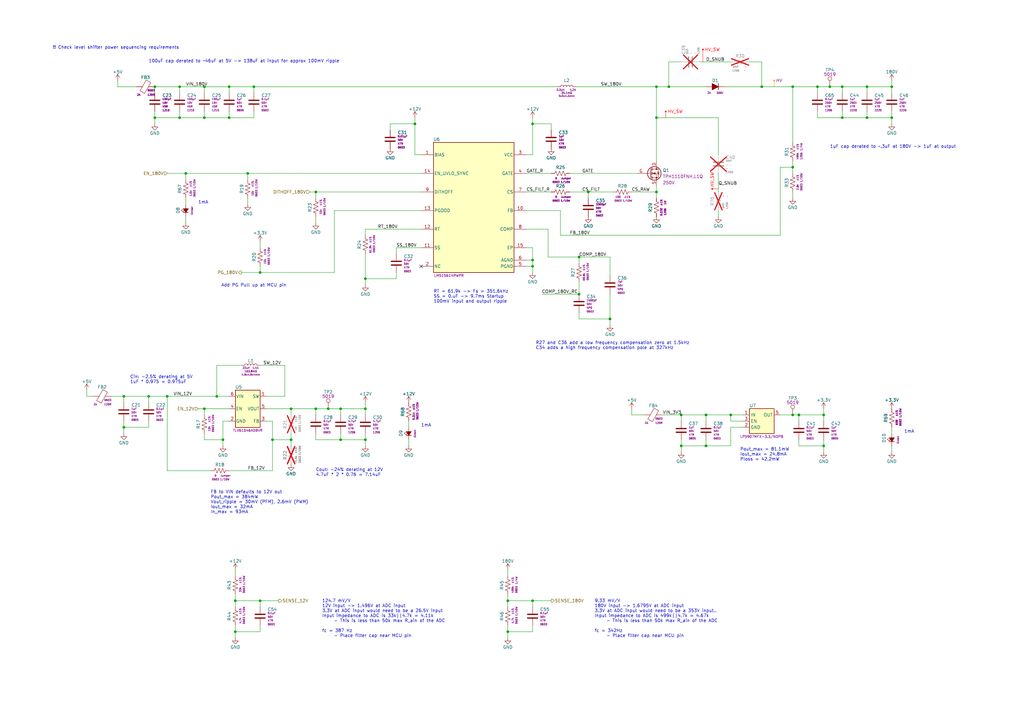
<source format=kicad_sch>
(kicad_sch (version 20231120) (generator "eeschema") (generator_version "8.0")
  (paper "A3")
  (title_block (date "2024-05-14") (rev "1"))
  (junction (at 269.24 78.74))
  (junction (at 289.56 182.88))
  (junction (at 134.62 167.64))
  (junction (at 91.44 180.34))
  (junction (at 106.68 246.38))
  (junction (at 345.44 48.26))
  (junction (at 76.2 71.12))
  (junction (at 250.19 130.81))
  (junction (at 149.86 167.64))
  (junction (at 106.68 111.76))
  (junction (at 73.66 35.56))
  (junction (at 325.12 170.18))
  (junction (at 170.18 50.8))
  (junction (at 218.44 50.8))
  (junction (at 60.96 162.56))
  (junction (at 119.38 167.64))
  (junction (at 365.76 48.26))
  (junction (at 93.98 35.56))
  (junction (at 365.76 35.56))
  (junction (at 337.82 182.88))
  (junction (at 218.44 106.68))
  (junction (at 88.9 162.56))
  (junction (at 355.6 35.56))
  (junction (at 50.8 162.56))
  (junction (at 327.66 170.18))
  (junction (at 355.6 48.26))
  (junction (at 129.54 78.74))
  (junction (at 96.52 259.08))
  (junction (at 289.56 170.18))
  (junction (at 63.5 48.26))
  (junction (at 101.6 71.12))
  (junction (at 218.44 109.22))
  (junction (at 68.58 162.56))
  (junction (at 104.14 35.56))
  (junction (at 129.54 167.64))
  (junction (at 149.86 180.34))
  (junction (at 208.28 259.08))
  (junction (at 119.38 180.34))
  (junction (at 111.76 180.34))
  (junction (at 149.86 114.3))
  (junction (at 83.82 35.56))
  (junction (at 237.49 105.41))
  (junction (at 93.98 48.26))
  (junction (at 139.7 167.64))
  (junction (at 279.4 170.18))
  (junction (at 340.36 35.56))
  (junction (at 312.42 35.56))
  (junction (at 279.4 182.88))
  (junction (at 269.24 48.26))
  (junction (at 325.12 35.56))
  (junction (at 50.8 175.26))
  (junction (at 139.7 180.34))
  (junction (at 63.5 35.56))
  (junction (at 269.24 35.56))
  (junction (at 83.82 167.64))
  (junction (at 335.28 35.56))
  (junction (at 241.3 78.74))
  (junction (at 274.32 35.56))
  (junction (at 83.82 48.26))
  (junction (at 218.44 246.38))
  (junction (at 337.82 170.18))
  (junction (at 73.66 48.26))
  (junction (at 325.12 68.58))
  (junction (at 299.72 170.18))
  (junction (at 237.49 120.65))
  (junction (at 208.28 246.38))
  (junction (at 345.44 35.56))
  (junction (at 96.52 246.38))
  (no_connect (at 172.72 109.22))
  (wire (pts (xy 312.42 25.4) (xy 312.42 35.56)))
  (wire (pts (xy 96.52 259.08) (xy 106.68 259.08)))
  (wire (pts (xy 325.12 35.56) (xy 335.28 35.56)))
  (wire (pts (xy 218.44 48.26) (xy 218.44 50.8)))
  (wire (pts (xy 106.68 149.86) (xy 116.84 149.86)))
  (wire (pts (xy 139.7 167.64) (xy 149.86 167.64)))
  (wire (pts (xy 50.8 175.26) (xy 60.96 175.26)))
  (wire (pts (xy 215.9 78.74) (xy 226.06 78.74)))
  (wire (pts (xy 106.68 256.54) (xy 106.68 259.08)))
  (wire (pts (xy 63.5 48.26) (xy 73.66 48.26)))
  (wire (pts (xy 149.86 177.8) (xy 149.86 180.34)))
  (wire (pts (xy 50.8 172.72) (xy 50.8 175.26)))
  (wire (pts (xy 63.5 35.56) (xy 63.5 38.1)))
  (wire (pts (xy 167.64 180.34) (xy 167.64 182.88)))
  (wire (pts (xy 304.8 172.72) (xy 299.72 172.72)))
  (wire (pts (xy 93.98 45.72) (xy 93.98 48.26)))
  (wire (pts (xy 93.98 48.26) (xy 104.14 48.26)))
  (wire (pts (xy 224.79 93.98) (xy 215.9 93.98)))
  (wire (pts (xy 294.64 63.5) (xy 294.64 48.26)))
  (wire (pts (xy 365.76 50.8) (xy 365.76 48.26)))
  (wire (pts (xy 345.44 35.56) (xy 355.6 35.56)))
  (wire (pts (xy 215.9 86.36) (xy 229.87 86.36)))
  (wire (pts (xy 218.44 106.68) (xy 218.44 109.22)))
  (wire (pts (xy 106.68 99.06) (xy 106.68 101.6)))
  (wire (pts (xy 325.12 68.58) (xy 325.12 71.12)))
  (wire (pts (xy 215.9 109.22) (xy 218.44 109.22)))
  (wire (pts (xy 73.66 48.26) (xy 83.82 48.26)))
  (wire (pts (xy 104.14 35.56) (xy 228.6 35.56)))
  (wire (pts (xy 294.64 48.26) (xy 269.24 48.26)))
  (wire (pts (xy 99.06 111.76) (xy 106.68 111.76)))
  (wire (pts (xy 139.7 177.8) (xy 139.7 180.34)))
  (wire (pts (xy 167.64 172.72) (xy 167.64 175.26)))
  (wire (pts (xy 50.8 162.56) (xy 50.8 165.1)))
  (wire (pts (xy 224.79 105.41) (xy 224.79 93.98)))
  (wire (pts (xy 294.64 71.12) (xy 294.64 78.74)))
  (wire (pts (xy 335.28 35.56) (xy 340.36 35.56)))
  (wire (pts (xy 289.56 170.18) (xy 289.56 172.72)))
  (wire (pts (xy 172.72 93.98) (xy 149.86 93.98)))
  (wire (pts (xy 237.49 105.41) (xy 224.79 105.41)))
  (wire (pts (xy 48.26 33.02) (xy 48.26 35.56)))
  (wire (pts (xy 170.18 48.26) (xy 170.18 50.8)))
  (wire (pts (xy 299.72 172.72) (xy 299.72 170.18)))
  (wire (pts (xy 237.49 128.27) (xy 237.49 130.81)))
  (wire (pts (xy 229.87 96.52) (xy 320.04 96.52)))
  (wire (pts (xy 279.4 170.18) (xy 279.4 172.72)))
  (wire (pts (xy 109.22 162.56) (xy 116.84 162.56)))
  (wire (pts (xy 325.12 66.04) (xy 325.12 68.58)))
  (wire (pts (xy 355.6 35.56) (xy 365.76 35.56)))
  (wire (pts (xy 111.76 172.72) (xy 111.76 180.34)))
  (wire (pts (xy 83.82 180.34) (xy 91.44 180.34)))
  (wire (pts (xy 218.44 50.8) (xy 218.44 63.5)))
  (wire (pts (xy 269.24 76.2) (xy 269.24 78.74)))
  (wire (pts (xy 106.68 246.38) (xy 114.3 246.38)))
  (wire (pts (xy 93.98 35.56) (xy 104.14 35.56)))
  (wire (pts (xy 109.22 167.64) (xy 119.38 167.64)))
  (wire (pts (xy 327.66 182.88) (xy 337.82 182.88)))
  (wire (pts (xy 208.28 246.38) (xy 218.44 246.38)))
  (wire (pts (xy 60.96 172.72) (xy 60.96 175.26)))
  (wire (pts (xy 297.18 35.56) (xy 312.42 35.56)))
  (wire (pts (xy 76.2 88.9) (xy 76.2 91.44)))
  (wire (pts (xy 60.96 162.56) (xy 68.58 162.56)))
  (wire (pts (xy 149.86 167.64) (xy 149.86 170.18)))
  (wire (pts (xy 236.22 35.56) (xy 269.24 35.56)))
  (wire (pts (xy 241.3 78.74) (xy 241.3 81.28)))
  (wire (pts (xy 111.76 180.34) (xy 119.38 180.34)))
  (wire (pts (xy 134.62 167.64) (xy 139.7 167.64)))
  (wire (pts (xy 218.44 109.22) (xy 218.44 111.76)))
  (wire (pts (xy 162.56 114.3) (xy 149.86 114.3)))
  (wire (pts (xy 259.08 78.74) (xy 269.24 78.74)))
  (wire (pts (xy 170.18 50.8) (xy 170.18 63.5)))
  (wire (pts (xy 320.04 68.58) (xy 325.12 68.58)))
  (wire (pts (xy 48.26 35.56) (xy 55.88 35.56)))
  (wire (pts (xy 312.42 35.56) (xy 325.12 35.56)))
  (wire (pts (xy 81.28 167.64) (xy 83.82 167.64)))
  (wire (pts (xy 233.68 71.12) (xy 261.62 71.12)))
  (wire (pts (xy 162.56 101.6) (xy 172.72 101.6)))
  (wire (pts (xy 160.02 50.8) (xy 170.18 50.8)))
  (wire (pts (xy 208.28 246.38) (xy 208.28 248.92)))
  (wire (pts (xy 218.44 246.38) (xy 226.06 246.38)))
  (wire (pts (xy 365.76 182.88) (xy 365.76 185.42)))
  (wire (pts (xy 88.9 149.86) (xy 99.06 149.86)))
  (wire (pts (xy 218.44 246.38) (xy 218.44 248.92)))
  (wire (pts (xy 355.6 35.56) (xy 355.6 38.1)))
  (wire (pts (xy 83.82 35.56) (xy 93.98 35.56)))
  (wire (pts (xy 320.04 96.52) (xy 320.04 68.58)))
  (wire (pts (xy 83.82 35.56) (xy 83.82 38.1)))
  (wire (pts (xy 127 78.74) (xy 129.54 78.74)))
  (wire (pts (xy 96.52 259.08) (xy 96.52 261.62)))
  (wire (pts (xy 139.7 180.34) (xy 149.86 180.34)))
  (wire (pts (xy 149.86 165.1) (xy 149.86 167.64)))
  (wire (pts (xy 250.19 105.41) (xy 237.49 105.41)))
  (wire (pts (xy 365.76 35.56) (xy 365.76 38.1)))
  (wire (pts (xy 119.38 180.34) (xy 119.38 182.88)))
  (wire (pts (xy 83.82 167.64) (xy 93.98 167.64)))
  (wire (pts (xy 101.6 71.12) (xy 101.6 73.66)))
  (wire (pts (xy 104.14 35.56) (xy 104.14 38.1)))
  (wire (pts (xy 337.82 167.64) (xy 337.82 170.18)))
  (wire (pts (xy 365.76 48.26) (xy 365.76 45.72)))
  (wire (pts (xy 259.08 167.64) (xy 259.08 170.18)))
  (wire (pts (xy 76.2 71.12) (xy 76.2 73.66)))
  (wire (pts (xy 149.86 93.98) (xy 149.86 96.52)))
  (wire (pts (xy 129.54 88.9) (xy 129.54 91.44)))
  (wire (pts (xy 83.82 48.26) (xy 93.98 48.26)))
  (wire (pts (xy 111.76 193.04) (xy 111.76 180.34)))
  (wire (pts (xy 50.8 162.56) (xy 60.96 162.56)))
  (wire (pts (xy 96.52 233.68) (xy 96.52 236.22)))
  (wire (pts (xy 208.28 259.08) (xy 218.44 259.08)))
  (wire (pts (xy 119.38 167.64) (xy 119.38 170.18)))
  (wire (pts (xy 335.28 35.56) (xy 335.28 38.1)))
  (wire (pts (xy 279.4 170.18) (xy 289.56 170.18)))
  (wire (pts (xy 269.24 35.56) (xy 274.32 35.56)))
  (wire (pts (xy 119.38 167.64) (xy 129.54 167.64)))
  (wire (pts (xy 35.56 162.56) (xy 38.1 162.56)))
  (wire (pts (xy 327.66 170.18) (xy 327.66 172.72)))
  (wire (pts (xy 208.28 256.54) (xy 208.28 259.08)))
  (wire (pts (xy 335.28 45.72) (xy 335.28 48.26)))
  (wire (pts (xy 129.54 78.74) (xy 129.54 81.28)))
  (wire (pts (xy 215.9 101.6) (xy 218.44 101.6)))
  (wire (pts (xy 63.5 35.56) (xy 73.66 35.56)))
  (wire (pts (xy 93.98 193.04) (xy 111.76 193.04)))
  (wire (pts (xy 86.36 193.04) (xy 68.58 193.04)))
  (wire (pts (xy 337.82 170.18) (xy 337.82 172.72)))
  (wire (pts (xy 109.22 172.72) (xy 111.76 172.72)))
  (wire (pts (xy 63.5 45.72) (xy 63.5 48.26)))
  (wire (pts (xy 241.3 78.74) (xy 251.46 78.74)))
  (wire (pts (xy 162.56 104.14) (xy 162.56 101.6)))
  (wire (pts (xy 106.68 111.76) (xy 106.68 109.22)))
  (wire (pts (xy 104.14 45.72) (xy 104.14 48.26)))
  (wire (pts (xy 340.36 35.56) (xy 345.44 35.56)))
  (wire (pts (xy 73.66 35.56) (xy 83.82 35.56)))
  (wire (pts (xy 279.4 182.88) (xy 279.4 185.42)))
  (wire (pts (xy 274.32 35.56) (xy 289.56 35.56)))
  (wire (pts (xy 345.44 35.56) (xy 345.44 38.1)))
  (wire (pts (xy 218.44 256.54) (xy 218.44 259.08)))
  (wire (pts (xy 73.66 35.56) (xy 73.66 38.1)))
  (wire (pts (xy 229.87 86.36) (xy 229.87 96.52)))
  (wire (pts (xy 269.24 35.56) (xy 269.24 48.26)))
  (wire (pts (xy 116.84 162.56) (xy 116.84 149.86)))
  (wire (pts (xy 93.98 35.56) (xy 93.98 38.1)))
  (wire (pts (xy 101.6 71.12) (xy 172.72 71.12)))
  (wire (pts (xy 83.82 167.64) (xy 83.82 170.18)))
  (wire (pts (xy 215.9 71.12) (xy 226.06 71.12)))
  (wire (pts (xy 139.7 167.64) (xy 139.7 170.18)))
  (wire (pts (xy 101.6 81.28) (xy 101.6 83.82)))
  (wire (pts (xy 237.49 130.81) (xy 250.19 130.81)))
  (wire (pts (xy 299.72 175.26) (xy 299.72 182.88)))
  (wire (pts (xy 172.72 86.36) (xy 137.16 86.36)))
  (wire (pts (xy 91.44 180.34) (xy 91.44 172.72)))
  (wire (pts (xy 88.9 162.56) (xy 88.9 149.86)))
  (wire (pts (xy 269.24 81.28) (xy 269.24 78.74)))
  (wire (pts (xy 218.44 50.8) (xy 226.06 50.8)))
  (wire (pts (xy 304.8 175.26) (xy 299.72 175.26)))
  (wire (pts (xy 355.6 48.26) (xy 365.76 48.26)))
  (wire (pts (xy 325.12 35.56) (xy 325.12 58.42)))
  (wire (pts (xy 226.06 50.8) (xy 226.06 53.34)))
  (wire (pts (xy 259.08 170.18) (xy 264.16 170.18)))
  (wire (pts (xy 208.28 243.84) (xy 208.28 246.38)))
  (wire (pts (xy 237.49 107.95) (xy 237.49 105.41)))
  (wire (pts (xy 250.19 120.65) (xy 250.19 130.81)))
  (wire (pts (xy 218.44 63.5) (xy 215.9 63.5)))
  (wire (pts (xy 274.32 25.4) (xy 274.32 35.56)))
  (wire (pts (xy 289.56 170.18) (xy 299.72 170.18)))
  (wire (pts (xy 149.86 180.34) (xy 149.86 182.88)))
  (wire (pts (xy 327.66 180.34) (xy 327.66 182.88)))
  (wire (pts (xy 365.76 177.8) (xy 365.76 175.26)))
  (wire (pts (xy 325.12 78.74) (xy 325.12 81.28)))
  (wire (pts (xy 294.64 86.36) (xy 294.64 88.9)))
  (wire (pts (xy 149.86 104.14) (xy 149.86 114.3)))
  (wire (pts (xy 76.2 71.12) (xy 101.6 71.12)))
  (wire (pts (xy 35.56 160.02) (xy 35.56 162.56)))
  (wire (pts (xy 170.18 63.5) (xy 172.72 63.5)))
  (wire (pts (xy 129.54 180.34) (xy 139.7 180.34)))
  (wire (pts (xy 50.8 175.26) (xy 50.8 177.8)))
  (wire (pts (xy 96.52 246.38) (xy 106.68 246.38)))
  (wire (pts (xy 233.68 78.74) (xy 241.3 78.74)))
  (wire (pts (xy 93.98 162.56) (xy 88.9 162.56)))
  (wire (pts (xy 129.54 177.8) (xy 129.54 180.34)))
  (wire (pts (xy 106.68 246.38) (xy 106.68 248.92)))
  (wire (pts (xy 208.28 233.68) (xy 208.28 236.22)))
  (wire (pts (xy 345.44 45.72) (xy 345.44 48.26)))
  (wire (pts (xy 222.25 120.65) (xy 237.49 120.65)))
  (wire (pts (xy 307.34 25.4) (xy 312.42 25.4)))
  (wire (pts (xy 337.82 180.34) (xy 337.82 182.88)))
  (wire (pts (xy 337.82 182.88) (xy 337.82 185.42)))
  (wire (pts (xy 279.4 25.4) (xy 274.32 25.4)))
  (wire (pts (xy 289.56 180.34) (xy 289.56 182.88)))
  (wire (pts (xy 83.82 177.8) (xy 83.82 180.34)))
  (wire (pts (xy 73.66 45.72) (xy 73.66 48.26)))
  (wire (pts (xy 325.12 170.18) (xy 327.66 170.18)))
  (wire (pts (xy 119.38 177.8) (xy 119.38 180.34)))
  (wire (pts (xy 137.16 86.36) (xy 137.16 111.76)))
  (wire (pts (xy 327.66 170.18) (xy 337.82 170.18)))
  (wire (pts (xy 149.86 114.3) (xy 149.86 116.84)))
  (wire (pts (xy 129.54 167.64) (xy 129.54 170.18)))
  (wire (pts (xy 208.28 259.08) (xy 208.28 261.62)))
  (wire (pts (xy 215.9 106.68) (xy 218.44 106.68)))
  (wire (pts (xy 279.4 182.88) (xy 279.4 180.34)))
  (wire (pts (xy 96.52 246.38) (xy 96.52 248.92)))
  (wire (pts (xy 250.19 113.03) (xy 250.19 105.41)))
  (wire (pts (xy 76.2 83.82) (xy 76.2 81.28)))
  (wire (pts (xy 250.19 133.35) (xy 250.19 130.81)))
  (wire (pts (xy 91.44 172.72) (xy 93.98 172.72)))
  (wire (pts (xy 68.58 162.56) (xy 88.9 162.56)))
  (wire (pts (xy 320.04 170.18) (xy 325.12 170.18)))
  (wire (pts (xy 218.44 101.6) (xy 218.44 106.68)))
  (wire (pts (xy 162.56 111.76) (xy 162.56 114.3)))
  (wire (pts (xy 271.78 170.18) (xy 279.4 170.18)))
  (wire (pts (xy 68.58 193.04) (xy 68.58 162.56)))
  (wire (pts (xy 237.49 115.57) (xy 237.49 120.65)))
  (wire (pts (xy 289.56 182.88) (xy 279.4 182.88)))
  (wire (pts (xy 137.16 111.76) (xy 106.68 111.76)))
  (wire (pts (xy 287.02 25.4) (xy 299.72 25.4)))
  (wire (pts (xy 160.02 53.34) (xy 160.02 50.8)))
  (wire (pts (xy 45.72 162.56) (xy 50.8 162.56)))
  (wire (pts (xy 96.52 243.84) (xy 96.52 246.38)))
  (wire (pts (xy 96.52 256.54) (xy 96.52 259.08)))
  (wire (pts (xy 129.54 167.64) (xy 134.62 167.64)))
  (wire (pts (xy 345.44 48.26) (xy 355.6 48.26)))
  (wire (pts (xy 299.72 170.18) (xy 304.8 170.18)))
  (wire (pts (xy 269.24 48.26) (xy 269.24 66.04)))
  (wire (pts (xy 60.96 162.56) (xy 60.96 165.1)))
  (wire (pts (xy 299.72 182.88) (xy 289.56 182.88)))
  (wire (pts (xy 335.28 48.26) (xy 345.44 48.26)))
  (wire (pts (xy 129.54 78.74) (xy 172.72 78.74)))
  (wire (pts (xy 63.5 48.26) (xy 63.5 50.8)))
  (wire (pts (xy 365.76 35.56) (xy 365.76 33.02)))
  (wire (pts (xy 68.58 71.12) (xy 76.2 71.12)))
  (wire (pts (xy 83.82 45.72) (xy 83.82 48.26)))
  (wire (pts (xy 91.44 182.88) (xy 91.44 180.34)))
  (wire (pts (xy 355.6 45.72) (xy 355.6 48.26)))
  (text "!! Check level shifter power sequencing requirements\n" (at 21.59 20.32 0) (effects (font (size 1.27 1.27)) (justify left bottom)))
  (text "FB to VIN defaults to 12V out\nPout_max = 384mW\nVout_ripple = 30mV (PFM), 2.6mV (PWM)\nIout_max = 32mA\nIn_max = 93mA" (at 86.36 210.82 0) (effects (font (size 1.27 1.27)) (justify left bottom)))
  (text "9.33 mV/V \n180V input -> 1.6795V at ADC input\n3.3V at ADC input would need to be a 353V input..\nInput impedance to ADC is 499k||4.7k = 4.67k\n	- This is less than 50k max R_ain of the ADC\n\nfc = 342Hz\n	- Place filter cap near MCU pin" (at 243.84 261.62 0) (effects (font (size 1.27 1.27)) (justify left bottom)))
  (text "1mA" (at 370.84 177.8 0) (effects (font (size 1.27 1.27)) (justify left bottom)))
  (text "124.7 mV/V \n12V input -> 1.496V at ADC input\n3.3V at ADC input would need to be a 26.5V input\nInput impedance to ADC is 33k||4.7k = 4.11k\n	- This is less than 50k max R_ain of the ADC\n\nfc = 387 Hz\n	- Place filter cap near MCU pin" (at 132.08 261.62 0) (effects (font (size 1.27 1.27)) (justify left bottom)))
  (text "Cout: -24% derating at 12V\n4.7uF * 2 * 0.76 = 7.14uF\n" (at 129.54 195.58 0) (effects (font (size 1.27 1.27)) (justify left bottom)))
  (text "R27 and C36 add a low frequency compensation zero at 1.5kHz\nC34 adds a high frequency compensation pole at 327kHz\n" (at 219.71 143.51 0) (effects (font (size 1.27 1.27)) (justify left bottom)))
  (text "100uF cap derated to ~46uF at 5V -> 138uF at input for approx 100mV ripple\n\n" (at 60.96 27.94 0) (effects (font (size 1.27 1.27)) (justify left bottom)))
  (text "Add PG Pull up at MCU pin" (at 104.14 117.094 0) (effects (font (size 1.27 1.27))))
  (text "1mA" (at 81.28 83.82 0) (effects (font (size 1.27 1.27)) (justify left bottom)))
  (text "1uF cap derated to ~.3uF at 180V -> 1uF at output\n" (at 340.36 60.96 0) (effects (font (size 1.27 1.27)) (justify left bottom)))
  (text "RT = 61.9k -> Fs = 351.6kHz\nSS = 0.uF -> 9.7ms Startup\n100mV input and output ripple" (at 177.8 124.46 0) (effects (font (size 1.27 1.27)) (justify left bottom)))
  (text "Pout_max = 81.1mW\nIout_max = 24.8mA\nPloss = 42.2mW\n" (at 303.53 189.23 0) (effects (font (size 1.27 1.27)) (justify left bottom)))
  (text "1mA" (at 172.72 175.26 0) (effects (font (size 1.27 1.27)) (justify left bottom)))
  (text "Cin: -2.5% derating at 5V\n1uF * 0.975 = 0.975uF\n" (at 53.34 157.48 0) (effects (font (size 1.27 1.27)) (justify left bottom)))
  (label "SS_180V" (at 162.56 101.6 0))
  (label "SW_12V" (at 107.95 149.86 0))
  (label "SW_180V" (at 246.38 35.56 0))
  (label "D_SNUB" (at 289.56 25.4 0))
  (label "CS_RAW" (at 259.08 78.74 0))
  (label "Q_SNUB" (at 294.64 76.2 0))
  (label "COMP_180V_RC" (at 222.25 120.65 0))
  (label "VIN_180V" (at 76.2 35.56 0))
  (label "CS_FILT_R" (at 215.9 78.74 0))
  (label "VIN_3V3" (at 271.78 170.18 0))
  (label "GATE_R" (at 215.9 71.12 0))
  (label "COMP_180V" (at 237.49 105.41 0))
  (label "CS_FILT" (at 238.76 78.74 0))
  (label "VIN_12V" (at 71.12 162.56 0))
  (label "FB_180V" (at 233.68 96.52 0))
  (label "GATE" (at 238.76 71.12 0))
  (label "RT_180V" (at 154.94 93.98 0))
  (label "FB_12V" (at 101.6 193.04 0))
  (hierarchical_label "EN_180V" (shape input) (at 68.58 71.12 180))
  (hierarchical_label "SENSE_12V" (shape output) (at 114.3 246.38 0))
  (hierarchical_label "EN_12V" (shape input) (at 81.28 167.64 180))
  (hierarchical_label "SENSE_180V" (shape output) (at 226.06 246.38 0))
  (hierarchical_label "DITHOFF_180V" (shape input) (at 127 78.74 180))
  (hierarchical_label "PG_180V" (shape output) (at 99.06 111.76 180))
  (netclass_flag "" (length 2.54) (shape dot) (at 273.05 48.26 0) (property "Netclass" "HV_SW" (at 273.7485 45.72 0) (effects (font (italic yes)) (justify left))))
  (netclass_flag "" (length 2.54) (shape dot) (at 294.64 77.47 90) (property "Netclass" "HV_SW" (at 292.1 76.7715 90) (effects (font (italic yes)) (justify left))))
  (netclass_flag "" (length 2.54) (shape dot) (at 317.5 35.56 0) (property "Netclass" "HV" (at 318.1985 33.02 0) (effects (font (italic yes)) (justify left))))
  (netclass_flag "" (length 5.08) (shape dot) (at 288.29 25.4 0) (property "Netclass" "HV_SW" (at 288.9885 20.32 0) (effects (font (italic yes)) (justify left))))
  (symbol (lib_id ".arjun:RES_61K9_1P_1/10W_0603") (at 149.86 96.52 0) (unit 1)
    (property "Reference" "R24" (at 146.685 100.33 90) (effects (justify top)))
    (property "Value" "RES_61K9_1P_1/10W_0603" (effects (hide yes)))
    (property "Footprint" "Resistor_SMD:R_0603_1608Metric" (effects (hide yes)))
    (property "Datasheet" "https://industrial.panasonic.com/cdbs/www-data/pdf/RDA0000/AOA0000C304.pdf" (effects (hide yes)))
    (property "Manufacturer" "Panasonic" (effects (hide yes)))
    (property "ManufacturerPN" "ERJ-3EKF6192V" (effects (hide yes)))
    (property "Vendor" "Digi-Key" (effects (hide yes)))
    (property "VendorPN" "P61.9KHCT-ND" (effects (hide yes)))
    (property "Resistance" "61.9k" (at 151.892 102.108 90) (effects (font (size 0.762 0.762))))
    (property "Tolerance" "±1% " (at 151.892 98.044 90) (effects (font (size 0.762 0.762))))
    (property "Package" "0603" (at 153.416 102.108 90) (effects (font (size 0.762 0.762))))
    (property "Power" "1/10W" (at 153.416 98.298 90) (effects (font (size 0.762 0.762))))
  )
  (symbol (lib_id ".arjun:RES_33K_1P_1/10W_0603") (at 96.52 236.22 0) (unit 1)
    (property "Reference" "R43" (at 93.345 240.03 90) (effects (justify top)))
    (property "Value" "RES_33K_1P_1/10W_0603" (effects (hide yes)))
    (property "Footprint" "Resistor_SMD:R_0603_1608Metric" (effects (hide yes)))
    (property "Datasheet" "https://www.seielect.com/catalog/sei-rmcf_rmcp.pdf" (effects (hide yes)))
    (property "Manufacturer" "Stackpole Electronics Inc" (effects (hide yes)))
    (property "ManufacturerPN" "RMCF0603FT33K0" (effects (hide yes)))
    (property "Vendor" "Digi-Key" (effects (hide yes)))
    (property "VendorPN" "RMCF0603FT33K0CT-ND" (effects (hide yes)))
    (property "Resistance" "33k" (at 98.552 241.808 90) (effects (font (size 0.762 0.762))))
    (property "Tolerance" "±1% " (at 98.552 237.744 90) (effects (font (size 0.762 0.762))))
    (property "Package" "0603" (at 100.076 241.808 90) (effects (font (size 0.762 0.762))))
    (property "Power" "1/10W" (at 100.076 237.998 90) (effects (font (size 0.762 0.762))))
  )
  (symbol (lib_id "arjun_lib:RES_DNP_1206") (at 294.64 78.74 0) (unit 1) (dnp yes)
    (property "Reference" "R70" (at 291.465 82.55 90) (effects (justify top)))
    (property "Value" "RES_DNP_1206" (effects (hide yes)))
    (property "Footprint" "Resistor_SMD:R_1206_3216Metric" (effects (hide yes)))
    (property "Description" "DNP 1206" (effects (hide yes)))
    (property "Manufacturer" "DNP" (effects (hide yes)))
    (property "ManufacturerPN" "DNP" (effects (hide yes)))
    (property "Vendor" "DNP" (effects (hide yes)))
    (property "VendorPN" "DNP" (effects (hide yes)))
    (property "Resistance" "DNP" (at 296.672 84.328 90) (effects (font (size 0.762 0.762))))
    (property "Tolerance" "-" (at 296.672 80.264 90) (effects (font (size 0.762 0.762))))
    (property "Package" "1206" (at 298.196 84.328 90) (effects (font (size 0.762 0.762))))
    (property "Power" "-" (at 298.196 80.518 90) (effects (font (size 0.762 0.762))))
  )
  (symbol (lib_id ".arjun:CAP_CER_100u_10V_X5R_1210") (at 63.5 38.1 0) (unit 1)
    (property "Reference" "C23" (at 66.548 39.116 0) (effects (justify left)))
    (property "Value" "CAP_CER_100u_10V_X5R_1210" (effects (hide yes)))
    (property "Footprint" "Capacitor_SMD:C_1210_3225Metric" (effects (hide yes)))
    (property "Datasheet" "https://search.murata.co.jp/Ceramy/image/img/A01X/G101/ENG/GRM32ER61A107ME20-01.pdf" (effects (hide yes)))
    (property "Manufacturer" "Murata Electronics" (effects (hide yes)))
    (property "ManufacturerPN" "GRM32ER61A107ME20L" (effects (hide yes)))
    (property "Vendor" "Digi-Key" (effects (hide yes)))
    (property "VendorPN" "490-9969-1-ND" (effects (hide yes)))
    (property "Capacitance" "100µF" (at 66.548 40.64 0) (effects (font (size 0.762 0.762)) (justify left)))
    (property "Voltage" "10V" (at 66.548 42.164 0) (effects (font (size 0.762 0.762)) (justify left)))
    (property "Package" "1210" (at 66.548 45.212 0) (effects (font (size 0.762 0.762)) (justify left)))
    (property "Temp Co" "X5R" (at 66.548 43.688 0) (effects (font (size 0.762 0.762)) (justify left)))
  )
  (symbol (lib_id ".arjun:CAP_CER_3300p_50V_X7R_0603") (at 241.3 81.28 0) (unit 1)
    (property "Reference" "C35" (at 244.348 82.296 0) (effects (justify left)))
    (property "Value" "CAP_CER_3300p_50V_X7R_0603" (effects (hide yes)))
    (property "Footprint" "Capacitor_SMD:C_0603_1608Metric" (effects (hide yes)))
    (property "Datasheet" "https://mm.digikey.com/Volume0/opasdata/d220001/medias/docus/6146/CL10B332KB8NNNC.pdf" (effects (hide yes)))
    (property "Manufacturer" "Samsung Electro-Mechanics" (effects (hide yes)))
    (property "ManufacturerPN" "CL10B332KB8NNNC" (effects (hide yes)))
    (property "Vendor" "Digi-Key" (effects (hide yes)))
    (property "VendorPN" "1276-1758-1-ND" (effects (hide yes)))
    (property "Capacitance" "3300pF" (at 244.348 83.82 0) (effects (font (size 0.762 0.762)) (justify left)))
    (property "Voltage" "50V" (at 244.348 85.344 0) (effects (font (size 0.762 0.762)) (justify left)))
    (property "Package" "0603" (at 244.348 88.392 0) (effects (font (size 0.762 0.762)) (justify left)))
    (property "Temp Co" "X7R" (at 244.348 86.868 0) (effects (font (size 0.762 0.762)) (justify left)))
  )
  (symbol (lib_id ".arjun:RES_698R_1P_1/10W_0603") (at 365.76 167.64 0) (unit 1)
    (property "Reference" "R69" (at 362.585 171.45 90) (effects (justify top)))
    (property "Value" "RES_698R_1P_1/10W_0603" (effects (hide yes)))
    (property "Footprint" "Resistor_SMD:R_0603_1608Metric" (effects (hide yes)))
    (property "Datasheet" "https://www.yageo.com/upload/media/product/products/datasheet/rchip/PYu-RC_Group_51_RoHS_L_12.pdf" (effects (hide yes)))
    (property "Manufacturer" "YAGEO" (effects (hide yes)))
    (property "ManufacturerPN" "RC0603FR-07698RL" (effects (hide yes)))
    (property "Vendor" "Digi-Key" (effects (hide yes)))
    (property "VendorPN" "311-698HRCT-ND" (effects (hide yes)))
    (property "Resistance" "698" (at 367.792 173.228 90) (effects (font (size 0.762 0.762))))
    (property "Tolerance" "±1% " (at 367.792 169.164 90) (effects (font (size 0.762 0.762))))
    (property "Package" "0603" (at 369.316 173.228 90) (effects (font (size 0.762 0.762))))
    (property "Power" "1/10W" (at 369.316 169.418 90) (effects (font (size 0.762 0.762))))
  )
  (symbol (lib_id ".arjun:CAP_CER_1u_250V_X7R_2220") (at 365.76 38.1 0) (unit 1)
    (property "Reference" "C46" (at 368.808 39.116 0) (effects (justify left)))
    (property "Value" "CAP_CER_1u_250V_X7R_2220" (effects (hide yes)))
    (property "Footprint" "Capacitor_SMD:C_2220_5650Metric" (effects (hide yes)))
    (property "Datasheet" "https://product.tdk.com/en/search/capacitor/ceramic/mlcc/info?part_no=C5750X7R2E105K230KA" (effects (hide yes)))
    (property "Manufacturer" "TDK" (effects (hide yes)))
    (property "ManufacturerPN" "C5750X7R2E105K230KA" (effects (hide yes)))
    (property "Vendor" "Digi-Key" (effects (hide yes)))
    (property "VendorPN" "445-2304-1-ND" (effects (hide yes)))
    (property "Capacitance" "1µF" (at 368.808 40.64 0) (effects (font (size 0.762 0.762)) (justify left)))
    (property "Voltage" "250V" (at 368.808 42.164 0) (effects (font (size 0.762 0.762)) (justify left)))
    (property "Package" "2220" (at 368.808 45.212 0) (effects (font (size 0.762 0.762)) (justify left)))
    (property "Temp Co" "X7R" (at 368.808 43.688 0) (effects (font (size 0.762 0.762)) (justify left)))
  )
  (symbol (lib_id ".arjun:TP_KEYSTONE_5019") (at 340.36 35.56 0) (unit 1)
    (property "Reference" "TP4" (at 340.36 28.702 0))
    (property "Value" "TP_KEYSTONE_5019" (effects (hide yes)))
    (property "Footprint" "arjun_footprints:TestPoint_Keystone_5019_Minature" (effects (hide yes)))
    (property "Datasheet" "https://www.keyelco.com/product-pdf.cfm?p=1357" (effects (hide yes)))
    (property "Manufacturer" "Keystone Electronics" (effects (hide yes)))
    (property "ManufacturerPN" "5019" (at 340.36 30.48 0))
    (property "Vendor" "Digi-Key" (effects (hide yes)))
    (property "VendorPN" "36-5019CT-ND" (effects (hide yes)))
  )
  (symbol (lib_id "power:GND") (at 250.19 133.35 0) (unit 1)
    (property "Reference" "#PWR061" (effects (hide yes)))
    (property "Value" "GND" (at 250.19 137.16 0))
  )
  (symbol (lib_id "arjun_symbols:+180V") (at 365.76 33.02 0) (unit 1)
    (property "Reference" "#PWR068" (effects (hide yes)))
    (property "Value" "180V" (at 365.76 29.464 0))
  )
  (symbol (lib_id ".arjun:NFET_250V_10A_TPH1110FNH,L1Q") (at 269.24 66.04 0) (unit 1)
    (property "Reference" "Q1" (at 271.78 69.85 0) (effects (justify left)))
    (property "Value" "NFET_250V_10A_TPH1110FNH,L1Q" (effects (hide yes)))
    (property "Footprint" "arjun_footprints:SOP Advance_TOS" (effects (hide yes)))
    (property "Datasheet" "https://toshiba.semicon-storage.com/info/TPH1110FNH_datasheet_en_20140225.pdf?did=14411&prodName=TPH1110FNH" (effects (hide yes)))
    (property "Vendor" "Digi-Key" (effects (hide yes)))
    (property "VendorPN" "TPH1110FNHL1QCT-ND" (effects (hide yes)))
    (property "Manufacturer" "Toshiba" (effects (hide yes)))
    (property "ManufacturerPN" "TPH1110FNH,L1Q" (at 271.78 72.39 0) (effects (justify left)))
    (property "Vds" "250V" (at 271.78 74.93 0) (effects (justify left)))
    (property "Id" "10A" (effects (hide yes)))
  )
  (symbol (lib_id ".arjun:CAP_CER_0u1_50V_X7R_0603") (at 106.68 248.92 0) (unit 1)
    (property "Reference" "C54" (at 109.728 249.936 0) (effects (justify left)))
    (property "Value" "CAP_CER_0u1_50V_X7R_0603" (effects (hide yes)))
    (property "Footprint" "Capacitor_SMD:C_0603_1608Metric" (effects (hide yes)))
    (property "Datasheet" "https://media.digikey.com/pdf/Data%20Sheets/Samsung%20PDFs/CL10B104KB8NNNC_Spec.pdf" (effects (hide yes)))
    (property "Manufacturer" "Samsung Electro-Mechanics" (effects (hide yes)))
    (property "ManufacturerPN" "CL10B104KB8NNNC" (effects (hide yes)))
    (property "Vendor" "Digi-Key" (effects (hide yes)))
    (property "VendorPN" "1276-1000-1-ND" (effects (hide yes)))
    (property "Capacitance" "0.1µF" (at 109.728 251.46 0) (effects (font (size 0.762 0.762)) (justify left)))
    (property "Voltage" "50V" (at 109.728 252.984 0) (effects (font (size 0.762 0.762)) (justify left)))
    (property "Package" "0603" (at 109.728 256.032 0) (effects (font (size 0.762 0.762)) (justify left)))
    (property "Temp Co" "X7R" (at 109.728 254.508 0) (effects (font (size 0.762 0.762)) (justify left)))
  )
  (symbol (lib_id ".arjun:CAP_CER_7p_50V_NP0_0603") (at 250.19 113.03 0) (unit 1)
    (property "Reference" "C36" (at 253.238 114.046 0) (effects (justify left)))
    (property "Value" "CAP_CER_7p_50V_NP0_0603" (effects (hide yes)))
    (property "Footprint" "Capacitor_SMD:C_0603_1608Metric" (effects (hide yes)))
    (property "Datasheet" "https://mm.digikey.com/Volume0/opasdata/d220001/medias/docus/658/CL10C070CB8NNNC_Spec.pdf" (effects (hide yes)))
    (property "Manufacturer" "Samsung Electro-Mechanics" (effects (hide yes)))
    (property "ManufacturerPN" "CL10C070CB8NNNC" (effects (hide yes)))
    (property "Vendor" "Digi-Key" (effects (hide yes)))
    (property "VendorPN" "1276-2137-1-ND" (effects (hide yes)))
    (property "Capacitance" "7pF" (at 253.238 115.57 0) (effects (font (size 0.762 0.762)) (justify left)))
    (property "Voltage" "50V" (at 253.238 117.094 0) (effects (font (size 0.762 0.762)) (justify left)))
    (property "Package" "0603" (at 253.238 120.142 0) (effects (font (size 0.762 0.762)) (justify left)))
    (property "Temp Co" "NP0" (at 253.238 118.618 0) (effects (font (size 0.762 0.762)) (justify left)))
  )
  (symbol (lib_id "power:+3.3V") (at 106.68 99.06 0) (unit 1)
    (property "Reference" "#PWR049" (effects (hide yes)))
    (property "Value" "+3.3V" (at 106.68 95.504 0))
  )
  (symbol (lib_id "power:GND") (at 160.02 60.96 0) (unit 1)
    (property "Reference" "#PWR055" (effects (hide yes)))
    (property "Value" "GND" (at 160.02 64.77 0))
  )
  (symbol (lib_id ".arjun:RES_2K8_1P_1/10W_0603") (at 325.12 71.12 0) (unit 1)
    (property "Reference" "R33" (at 321.945 74.93 90) (effects (justify top)))
    (property "Value" "RES_2K8_1P_1/10W_0603" (effects (hide yes)))
    (property "Footprint" "Resistor_SMD:R_0603_1608Metric" (effects (hide yes)))
    (property "Datasheet" "https://www.yageo.com/upload/media/product/products/datasheet/rchip/PYu-RC_Group_51_RoHS_L_12.pdf" (effects (hide yes)))
    (property "Manufacturer" "YAGEO" (effects (hide yes)))
    (property "ManufacturerPN" "RC0603FR-072K8L" (effects (hide yes)))
    (property "Vendor" "Digi-Key" (effects (hide yes)))
    (property "VendorPN" "311-2.80KHRCT-ND" (effects (hide yes)))
    (property "Resistance" "2.8k" (at 327.152 76.708 90) (effects (font (size 0.762 0.762))))
    (property "Tolerance" "±1% " (at 327.152 72.644 90) (effects (font (size 0.762 0.762))))
    (property "Package" "0603" (at 328.676 76.708 90) (effects (font (size 0.762 0.762))))
    (property "Power" "1/10W" (at 328.676 72.898 90) (effects (font (size 0.762 0.762))))
  )
  (symbol (lib_id "power:GND") (at 91.44 182.88 0) (unit 1)
    (property "Reference" "#PWR047" (effects (hide yes)))
    (property "Value" "GND" (at 91.44 186.69 0))
  )
  (symbol (lib_id "power:GND") (at 149.86 182.88 0) (unit 1)
    (property "Reference" "#PWR054" (effects (hide yes)))
    (property "Value" "GND" (at 149.86 186.69 0))
  )
  (symbol (lib_id "power:+12V") (at 96.52 233.68 0) (unit 1)
    (property "Reference" "#PWR085" (effects (hide yes)))
    (property "Value" "+12V" (at 96.52 230.124 0))
  )
  (symbol (lib_id "power:GND") (at 149.86 116.84 0) (unit 1)
    (property "Reference" "#PWR052" (effects (hide yes)))
    (property "Value" "GND" (at 149.86 120.65 0))
  )
  (symbol (lib_id "power:GND") (at 129.54 91.44 0) (unit 1)
    (property "Reference" "#PWR051" (effects (hide yes)))
    (property "Value" "GND" (at 129.54 95.25 0))
  )
  (symbol (lib_id "power:GND") (at 96.52 261.62 0) (unit 1)
    (property "Reference" "#PWR086" (effects (hide yes)))
    (property "Value" "GND" (at 96.52 265.43 0))
  )
  (symbol (lib_id ".arjun:LED_GREEN_0603") (at 167.64 177.8 90) (unit 1)
    (property "Reference" "D9" (at 164.465 179.07 0) (effects (justify left)))
    (property "Value" "LED_GREEN_0603" (effects (hide yes)))
    (property "Footprint" "LED_SMD:LED_0603_1608Metric" (effects (hide yes)))
    (property "Datasheet" "https://www.we-online.com/components/products/datasheet/150060GS75000.pdf" (effects (hide yes)))
    (property "Vendor" "Digi-Key" (effects (hide yes)))
    (property "VendorPN" "732-4971-1-ND" (effects (hide yes)))
    (property "Manufacturer" "Würth Elektronik" (effects (hide yes)))
    (property "ManufacturerPN" "150060GS75000" (effects (hide yes)))
    (property "Colour" "Green" (at 170.18 177.8 0) (effects (font (size 0.762 0.762))))
    (property "Vf" "3.2V" (effects (hide yes)))
  )
  (symbol (lib_id "power:GND") (at 325.12 81.28 0) (unit 1)
    (property "Reference" "#PWR067" (effects (hide yes)))
    (property "Value" "GND" (at 325.12 85.09 0))
  )
  (symbol (lib_id "arjun_lib:RES_DNP_1206") (at 307.34 25.4 270) (unit 1) (dnp yes)
    (property "Reference" "R30" (at 303.53 22.225 90) (effects (justify top)))
    (property "Value" "RES_DNP_1206" (effects (hide yes)))
    (property "Footprint" "Resistor_SMD:R_1206_3216Metric" (effects (hide yes)))
    (property "Description" "DNP 1206" (effects (hide yes)))
    (property "Manufacturer" "DNP" (effects (hide yes)))
    (property "ManufacturerPN" "DNP" (effects (hide yes)))
    (property "Vendor" "DNP" (effects (hide yes)))
    (property "VendorPN" "DNP" (effects (hide yes)))
    (property "Resistance" "DNP" (at 301.752 27.432 90) (effects (font (size 0.762 0.762))))
    (property "Tolerance" "-" (at 305.816 27.432 90) (effects (font (size 0.762 0.762))))
    (property "Package" "1206" (at 301.752 28.956 90) (effects (font (size 0.762 0.762))))
    (property "Power" "-" (at 305.562 28.956 90) (effects (font (size 0.762 0.762))))
  )
  (symbol (lib_id "arjun_lib:CAP_CER_0u1_250V_X7R_1206") (at 335.28 38.1 0) (unit 1)
    (property "Reference" "C65" (at 338.328 39.116 0) (effects (justify left)))
    (property "Value" "CAP_CER_0u1_250V_X7R_1206" (effects (hide yes)))
    (property "Footprint" "Capacitor_SMD:C_1206_3216Metric" (effects (hide yes)))
    (property "Datasheet" "https://weblib.samsungsem.com/mlcc/mlcc-ec-data-sheet.do?partNumber=CL05Y105KP6VPN" (effects (hide yes)))
    (property "Description" "0.1 µF ±10% 250V Ceramic Capacitor X7R 1206 (3216 Metric)" (effects (hide yes)))
    (property "Manufacturer" "Samsung Electro-Mechanics" (effects (hide yes)))
    (property "ManufacturerPN" "CL31B104KEHSFNE" (effects (hide yes)))
    (property "Vendor" "Digi-Key" (effects (hide yes)))
    (property "VendorPN" "1276-3083-1-ND" (effects (hide yes)))
    (property "Capacitance" "0.1µF" (at 338.328 40.64 0) (effects (font (size 0.762 0.762)) (justify left)))
    (property "Voltage" "250V" (at 338.328 42.164 0) (effects (font (size 0.762 0.762)) (justify left)))
    (property "Package" "1206" (at 338.328 45.212 0) (effects (font (size 0.762 0.762)) (justify left)))
    (property "Temp Co" "X7R" (at 338.328 43.688 0) (effects (font (size 0.762 0.762)) (justify left)))
  )
  (symbol (lib_id "power:+5V") (at 259.08 167.64 0) (unit 1)
    (property "Reference" "#PWR059" (effects (hide yes)))
    (property "Value" "+5V" (at 259.08 164.084 0))
  )
  (symbol (lib_id ".arjun:CAP_CER_1u_250V_X7R_2220") (at 355.6 38.1 0) (unit 1)
    (property "Reference" "C45" (at 358.648 39.116 0) (effects (justify left)))
    (property "Value" "CAP_CER_1u_250V_X7R_2220" (effects (hide yes)))
    (property "Footprint" "Capacitor_SMD:C_2220_5650Metric" (effects (hide yes)))
    (property "Datasheet" "https://product.tdk.com/en/search/capacitor/ceramic/mlcc/info?part_no=C5750X7R2E105K230KA" (effects (hide yes)))
    (property "Manufacturer" "TDK" (effects (hide yes)))
    (property "ManufacturerPN" "C5750X7R2E105K230KA" (effects (hide yes)))
    (property "Vendor" "Digi-Key" (effects (hide yes)))
    (property "VendorPN" "445-2304-1-ND" (effects (hide yes)))
    (property "Capacitance" "1µF" (at 358.648 40.64 0) (effects (font (size 0.762 0.762)) (justify left)))
    (property "Voltage" "250V" (at 358.648 42.164 0) (effects (font (size 0.762 0.762)) (justify left)))
    (property "Package" "2220" (at 358.648 45.212 0) (effects (font (size 0.762 0.762)) (justify left)))
    (property "Temp Co" "X7R" (at 358.648 43.688 0) (effects (font (size 0.762 0.762)) (justify left)))
  )
  (symbol (lib_id ".arjun:FER_120R_2A_0603") (at 38.1 162.56 0) (unit 1)
    (property "Reference" "FB2" (at 41.91 158.75 0))
    (property "Value" "FER_120R_2A_0603" (effects (hide yes)))
    (property "Footprint" "Inductor_SMD:L_0603_1608Metric" (effects (hide yes)))
    (property "Datasheet" "https://www.murata.com/en-us/products/productdetail?partno=BLM18PG121SH1%23" (effects (hide yes)))
    (property "Manufacturer" "Murata Electronics" (effects (hide yes)))
    (property "ManufacturerPN" "BLM18PG121SH1D" (effects (hide yes)))
    (property "Vendor" "Digi-Key" (effects (hide yes)))
    (property "VendorPN" "490-7815-1-ND" (effects (hide yes)))
    (property "Impedance@100MHz" "120R" (at 45.72 165.862 0) (effects (font (size 0.762 0.762)) (justify right)))
    (property "Rated Current" "2A" (at 38.354 165.862 0) (effects (font (size 0.762 0.762)) (justify left)))
    (property "Package" "0603" (at 45.72 164.084 0) (effects (font (size 0.762 0.762)) (justify right)))
  )
  (symbol (lib_id "power:GND") (at 294.64 88.9 0) (unit 1)
    (property "Reference" "#PWR064" (effects (hide yes)))
    (property "Value" "GND" (at 294.64 92.71 0))
  )
  (symbol (lib_id "power:GND") (at 279.4 185.42 0) (unit 1)
    (property "Reference" "#PWR062" (effects (hide yes)))
    (property "Value" "GND" (at 279.4 189.23 0))
  )
  (symbol (lib_id ".arjun:RES_0R_1/10W_0603") (at 233.68 78.74 270) (unit 1)
    (property "Reference" "R26" (at 229.87 75.565 90) (effects (justify top)))
    (property "Value" "RES_0R_1/10W_0603" (effects (hide yes)))
    (property "Footprint" "Resistor_SMD:R_0603_1608Metric" (effects (hide yes)))
    (property "Datasheet" "https://www.seielect.com/Catalog/SEI-RMCF_RMCP.pdf" (effects (hide yes)))
    (property "Manufacturer" "Stackpole Electronics Inc" (effects (hide yes)))
    (property "ManufacturerPN" "RMCF0603ZT0R00" (effects (hide yes)))
    (property "Vendor" "Digi-Key" (effects (hide yes)))
    (property "VendorPN" "RMCF0603ZT0R00CT-ND" (effects (hide yes)))
    (property "Resistance" "0" (at 228.092 80.772 90) (effects (font (size 0.762 0.762))))
    (property "Tolerance" "Jumper" (at 232.156 80.772 90) (effects (font (size 0.762 0.762))))
    (property "Package" "0603" (at 228.092 82.296 90) (effects (font (size 0.762 0.762))))
    (property "Power" "1/10W" (at 231.902 82.296 90) (effects (font (size 0.762 0.762))))
  )
  (symbol (lib_id ".arjun:CAP_CER_0u01_50V_X7R_0603") (at 160.02 53.34 0) (unit 1)
    (property "Reference" "C31" (at 163.068 54.356 0) (effects (justify left)))
    (property "Value" "CAP_CER_0u01_50V_X7R_0603" (effects (hide yes)))
    (property "Footprint" "Capacitor_SMD:C_0603_1608Metric" (effects (hide yes)))
    (property "Datasheet" "https://media.digikey.com/pdf/Data%20Sheets/Samsung%20PDFs/CL10B103KB8NNNC_Spec.pdf" (effects (hide yes)))
    (property "Manufacturer" "Samsung Electro-Mechanics" (effects (hide yes)))
    (property "ManufacturerPN" "CL10B103KB8NNNC" (effects (hide yes)))
    (property "Vendor" "Digi-Key" (effects (hide yes)))
    (property "VendorPN" "1276-1009-1-ND" (effects (hide yes)))
    (property "Capacitance" "0.01µF" (at 163.068 55.88 0) (effects (font (size 0.762 0.762)) (justify left)))
    (property "Voltage" "50V" (at 163.068 57.404 0) (effects (font (size 0.762 0.762)) (justify left)))
    (property "Package" "0603" (at 163.068 60.452 0) (effects (font (size 0.762 0.762)) (justify left)))
    (property "Temp Co" "X7R" (at 163.068 58.928 0) (effects (font (size 0.762 0.762)) (justify left)))
  )
  (symbol (lib_id ".arjun:CAP_CER_1u_250V_X7R_2220") (at 345.44 38.1 0) (unit 1)
    (property "Reference" "C44" (at 348.488 39.116 0) (effects (justify left)))
    (property "Value" "CAP_CER_1u_250V_X7R_2220" (effects (hide yes)))
    (property "Footprint" "Capacitor_SMD:C_2220_5650Metric" (effects (hide yes)))
    (property "Datasheet" "https://product.tdk.com/en/search/capacitor/ceramic/mlcc/info?part_no=C5750X7R2E105K230KA" (effects (hide yes)))
    (property "Manufacturer" "TDK" (effects (hide yes)))
    (property "ManufacturerPN" "C5750X7R2E105K230KA" (effects (hide yes)))
    (property "Vendor" "Digi-Key" (effects (hide yes)))
    (property "VendorPN" "445-2304-1-ND" (effects (hide yes)))
    (property "Capacitance" "1µF" (at 348.488 40.64 0) (effects (font (size 0.762 0.762)) (justify left)))
    (property "Voltage" "250V" (at 348.488 42.164 0) (effects (font (size 0.762 0.762)) (justify left)))
    (property "Package" "2220" (at 348.488 45.212 0) (effects (font (size 0.762 0.762)) (justify left)))
    (property "Temp Co" "X7R" (at 348.488 43.688 0) (effects (font (size 0.762 0.762)) (justify left)))
  )
  (symbol (lib_id ".arjun:REG_SW_BOOST_TI_LM51561HPWPR") (at 172.72 63.5 0) (unit 1)
    (property "Reference" "U6" (at 179.07 57.15 0))
    (property "Value" "REG_SW_BOOST_TI_LM51561HPWPR" (effects (hide yes)))
    (property "Footprint" "arjun_footprints:PWP0014H-MFG" (effects (hide yes)))
    (property "Datasheet" "https://www.ti.com/general/docs/suppproductinfo.tsp?distId=10&gotoUrl=http%3A%2F%2Fwww.ti.com%2Flit%2Fgpn%2FLM5156H" (effects (hide yes)))
    (property "Manufacturer" "Texas Instruments" (effects (hide yes)))
    (property "ManufacturerPN" "LM51561HPWPR" (at 184.15 113.03 0) (effects (font (size 1.016 1.016))))
    (property "Vendor" "Digi-Key" (effects (hide yes)))
    (property "VendorPN" "296-LM51561HPWPRCT-ND" (effects (hide yes)))
  )
  (symbol (lib_id "power:GND") (at 76.2 91.44 0) (unit 1)
    (property "Reference" "#PWR0108" (effects (hide yes)))
    (property "Value" "GND" (at 76.2 95.25 0))
  )
  (symbol (lib_id "power:GND") (at 337.82 185.42 0) (unit 1)
    (property "Reference" "#PWR066" (effects (hide yes)))
    (property "Value" "GND" (at 337.82 189.23 0))
  )
  (symbol (lib_id "arjun_symbols:CAP_CER_0u1_50V_X7R_0603") (at 60.96 165.1 0) (unit 1)
    (property "Reference" "C22" (at 64.008 166.116 0) (effects (justify left)))
    (property "Value" "CAP_CER_0u1_50V_X7R_0603" (effects (hide yes)))
    (property "Footprint" "Capacitor_SMD:C_0603_1608Metric" (effects (hide yes)))
    (property "Datasheet" "https://search.murata.co.jp/Ceramy/image/img/A01X/G101/ENG/GRM21BR61H475KE51-01.pdf" (effects (hide yes)))
    (property "Manufacturer" "Samsung Electro-Mechanics" (effects (hide yes)))
    (property "ManufacturerPN" "CL10B104KB8NNNC" (effects (hide yes)))
    (property "Vendor" "Digi-Key" (effects (hide yes)))
    (property "VendorPN" "1276-1000-1-ND" (effects (hide yes)))
    (property "Capacitance" "0.1µF" (at 64.008 167.64 0) (effects (font (size 0.762 0.762)) (justify left)))
    (property "Voltage" "50V" (at 64.008 169.164 0) (effects (font (size 0.762 0.762)) (justify left)))
    (property "Package" "0603" (at 64.008 172.212 0) (effects (font (size 0.762 0.762)) (justify left)))
    (property "Temp Co" "X7R" (at 64.008 170.688 0) (effects (font (size 0.762 0.762)) (justify left)))
  )
  (symbol (lib_id ".arjun:RES_10K_1P_1/10W_0603") (at 83.82 170.18 0) (unit 1)
    (property "Reference" "R17" (at 80.645 173.99 90) (effects (justify top)))
    (property "Value" "RES_10K_1P_1/10W_0603" (effects (hide yes)))
    (property "Footprint" "Resistor_SMD:R_0603_1608Metric" (effects (hide yes)))
    (property "Datasheet" "https://www.yageo.com/upload/media/product/productsearch/datasheet/rchip/PYu-RC_Group_51_RoHS_L_12.pdf" (effects (hide yes)))
    (property "Manufacturer" "YAGEO" (effects (hide yes)))
    (property "ManufacturerPN" "RC0603FR-0710KL" (effects (hide yes)))
    (property "Vendor" "Digi-Key" (effects (hide yes)))
    (property "VendorPN" "311-10.0KHRCT-ND" (effects (hide yes)))
    (property "Resistance" "10k" (at 85.852 175.768 90) (effects (font (size 0.762 0.762))))
    (property "Tolerance" "±1% " (at 85.852 171.704 90) (effects (font (size 0.762 0.762))))
    (property "Package" "0603" (at 87.376 175.768 90) (effects (font (size 0.762 0.762))))
    (property "Power" "1/10W" (at 87.376 171.958 90) (effects (font (size 0.762 0.762))))
  )
  (symbol (lib_id ".arjun:TP_KEYSTONE_5019") (at 134.62 167.64 0) (unit 1)
    (property "Reference" "TP2" (at 134.62 160.782 0))
    (property "Value" "TP_KEYSTONE_5019" (effects (hide yes)))
    (property "Footprint" "arjun_footprints:TestPoint_Keystone_5019_Minature" (effects (hide yes)))
    (property "Datasheet" "https://www.keyelco.com/product-pdf.cfm?p=1357" (effects (hide yes)))
    (property "Manufacturer" "Keystone Electronics" (effects (hide yes)))
    (property "ManufacturerPN" "5019" (at 134.62 162.56 0))
    (property "Vendor" "Digi-Key" (effects (hide yes)))
    (property "VendorPN" "36-5019CT-ND" (effects (hide yes)))
  )
  (symbol (lib_id ".arjun:D_300V_2A_SMB") (at 297.18 35.56 0) (mirror y) (unit 1)
    (property "Reference" "D1" (at 293.37 33.02 0))
    (property "Value" "D_300V_2A_SMB" (effects (hide yes)))
    (property "Footprint" "Diode_SMD:D_SMB" (effects (hide yes)))
    (property "Datasheet" "https://www.vishay.com/docs/88588/es2f.pdf" (effects (hide yes)))
    (property "Manufacturer" "Vishay" (effects (hide yes)))
    (property "ManufacturerPN" "ES2GHE3_A/H" (effects (hide yes)))
    (property "Vendor" "Digi-Key" (effects (hide yes)))
    (property "VendorPN" "ES2GHE3_A/HGICT-ND" (effects (hide yes)))
    (property "Vr" "300V" (at 295.275 38.1 0) (effects (font (size 0.762 0.762))))
    (property "Io" "2A" (at 290.83 38.1 0) (effects (font (size 0.762 0.762))))
  )
  (symbol (lib_id ".arjun:RES_9K31_1P_1/10W_0603") (at 167.64 165.1 0) (unit 1)
    (property "Reference" "R68" (at 164.465 168.91 90) (effects (justify top)))
    (property "Value" "RES_9K31_1P_1/10W_0603" (effects (hide yes)))
    (property "Footprint" "Resistor_SMD:R_0603_1608Metric" (effects (hide yes)))
    (property "Datasheet" "https://www.yageo.com/upload/media/product/products/datasheet/rchip/PYu-RC_Group_51_RoHS_L_12.pdf" (effects (hide yes)))
    (property "Manufacturer" "YAGEO" (effects (hide yes)))
    (property "ManufacturerPN" "RC0603FR-079K31L" (effects (hide yes)))
    (property "Vendor" "Digi-Key" (effects (hide yes)))
    (property "VendorPN" "311-9.31KHRCT-ND" (effects (hide yes)))
    (property "Resistance" "9.31k" (at 169.672 170.688 90) (effects (font (size 0.762 0.762))))
    (property "Tolerance" "±1% " (at 169.672 166.624 90) (effects (font (size 0.762 0.762))))
    (property "Package" "0603" (at 171.196 170.688 90) (effects (font (size 0.762 0.762))))
    (property "Power" "1/10W" (at 171.196 166.878 90) (effects (font (size 0.762 0.762))))
  )
  (symbol (lib_id "arjun_symbols:+180V") (at 208.28 233.68 0) (unit 1)
    (property "Reference" "#PWR087" (effects (hide yes)))
    (property "Value" "180V" (at 208.28 230.124 0))
  )
  (symbol (lib_id ".arjun:CAP_CER_100u_10V_X5R_1210") (at 83.82 38.1 0) (unit 1)
    (property "Reference" "C25" (at 86.868 39.116 0) (effects (justify left)))
    (property "Value" "CAP_CER_100u_10V_X5R_1210" (effects (hide yes)))
    (property "Footprint" "Capacitor_SMD:C_1210_3225Metric" (effects (hide yes)))
    (property "Datasheet" "https://search.murata.co.jp/Ceramy/image/img/A01X/G101/ENG/GRM32ER61A107ME20-01.pdf" (effects (hide yes)))
    (property "Manufacturer" "Murata Electronics" (effects (hide yes)))
    (property "ManufacturerPN" "GRM32ER61A107ME20L" (effects (hide yes)))
    (property "Vendor" "Digi-Key" (effects (hide yes)))
    (property "VendorPN" "490-9969-1-ND" (effects (hide yes)))
    (property "Capacitance" "100µF" (at 86.868 40.64 0) (effects (font (size 0.762 0.762)) (justify left)))
    (property "Voltage" "10V" (at 86.868 42.164 0) (effects (font (size 0.762 0.762)) (justify left)))
    (property "Package" "1210" (at 86.868 45.212 0) (effects (font (size 0.762 0.762)) (justify left)))
    (property "Temp Co" "X5R" (at 86.868 43.688 0) (effects (font (size 0.762 0.762)) (justify left)))
  )
  (symbol (lib_id ".arjun:RES_100R_1P_1/10W_0603") (at 259.08 78.74 270) (unit 1)
    (property "Reference" "R28" (at 255.27 75.565 90) (effects (justify top)))
    (property "Value" "RES_100R_1P_1/10W_0603" (effects (hide yes)))
    (property "Footprint" "Resistor_SMD:R_0603_1608Metric" (effects (hide yes)))
    (property "Datasheet" "https://industrial.panasonic.com/cdbs/www-data/pdf/RDA0000/AOA0000C304.pdf" (effects (hide yes)))
    (property "Manufacturer" "Panasonic Electronic Components" (effects (hide yes)))
    (property "ManufacturerPN" "ERJ-3EKF1000V" (effects (hide yes)))
    (property "Vendor" "Digi-Key" (effects (hide yes)))
    (property "VendorPN" "P100HCT-ND" (effects (hide yes)))
    (property "Resistance" "100" (at 253.492 80.772 90) (effects (font (size 0.762 0.762))))
    (property "Tolerance" "±1% " (at 257.556 80.772 90) (effects (font (size 0.762 0.762))))
    (property "Package" "0603" (at 253.492 82.296 90) (effects (font (size 0.762 0.762))))
    (property "Power" "1/10W" (at 257.302 82.296 90) (effects (font (size 0.762 0.762))))
  )
  (symbol (lib_id ".arjun:CAP_CER_0u1_50V_X7R_0603") (at 218.44 248.92 0) (unit 1)
    (property "Reference" "C55" (at 221.488 249.936 0) (effects (justify left)))
    (property "Value" "CAP_CER_0u1_50V_X7R_0603" (effects (hide yes)))
    (property "Footprint" "Capacitor_SMD:C_0603_1608Metric" (effects (hide yes)))
    (property "Datasheet" "https://media.digikey.com/pdf/Data%20Sheets/Samsung%20PDFs/CL10B104KB8NNNC_Spec.pdf" (effects (hide yes)))
    (property "Manufacturer" "Samsung Electro-Mechanics" (effects (hide yes)))
    (property "ManufacturerPN" "CL10B104KB8NNNC" (effects (hide yes)))
    (property "Vendor" "Digi-Key" (effects (hide yes)))
    (property "VendorPN" "1276-1000-1-ND" (effects (hide yes)))
    (property "Capacitance" "0.1µF" (at 221.488 251.46 0) (effects (font (size 0.762 0.762)) (justify left)))
    (property "Voltage" "50V" (at 221.488 252.984 0) (effects (font (size 0.762 0.762)) (justify left)))
    (property "Package" "0603" (at 221.488 256.032 0) (effects (font (size 0.762 0.762)) (justify left)))
    (property "Temp Co" "X7R" (at 221.488 254.508 0) (effects (font (size 0.762 0.762)) (justify left)))
  )
  (symbol (lib_id "arjun_lib:CAP_CER_DNP_1206") (at 279.4 25.4 90) (unit 1) (dnp yes)
    (property "Reference" "C39" (at 280.416 22.352 0) (effects (justify left)))
    (property "Value" "CAP_CER_DNP_1206" (effects (hide yes)))
    (property "Footprint" "Capacitor_SMD:C_1206_3216Metric" (effects (hide yes)))
    (property "Manufacturer" "DNP" (effects (hide yes)))
    (property "ManufacturerPN" "DNP" (effects (hide yes)))
    (property "Vendor" "DNP" (effects (hide yes)))
    (property "VendorPN" "DNP" (effects (hide yes)))
    (property "Capacitance" "DNP" (at 281.94 22.352 0) (effects (font (size 0.762 0.762)) (justify left)))
    (property "Voltage" "-" (at 283.464 22.352 0) (effects (font (size 0.762 0.762)) (justify left)))
    (property "Package" "1206" (at 286.512 22.352 0) (effects (font (size 0.762 0.762)) (justify left)))
    (property "Temp Co" "-" (at 284.988 22.352 0) (effects (font (size 0.762 0.762)) (justify left)))
  )
  (symbol (lib_id ".arjun:RES_10K_1P_1/10W_0603") (at 129.54 81.28 0) (unit 1)
    (property "Reference" "R23" (at 126.365 85.09 90) (effects (justify top)))
    (property "Value" "RES_10K_1P_1/10W_0603" (effects (hide yes)))
    (property "Footprint" "Resistor_SMD:R_0603_1608Metric" (effects (hide yes)))
    (property "Datasheet" "https://www.yageo.com/upload/media/product/productsearch/datasheet/rchip/PYu-RC_Group_51_RoHS_L_12.pdf" (effects (hide yes)))
    (property "Manufacturer" "YAGEO" (effects (hide yes)))
    (property "ManufacturerPN" "RC0603FR-0710KL" (effects (hide yes)))
    (property "Vendor" "Digi-Key" (effects (hide yes)))
    (property "VendorPN" "311-10.0KHRCT-ND" (effects (hide yes)))
    (property "Resistance" "10k" (at 131.572 86.868 90) (effects (font (size 0.762 0.762))))
    (property "Tolerance" "±1% " (at 131.572 82.804 90) (effects (font (size 0.762 0.762))))
    (property "Package" "0603" (at 133.096 86.868 90) (effects (font (size 0.762 0.762))))
    (property "Power" "1/10W" (at 133.096 83.058 90) (effects (font (size 0.762 0.762))))
  )
  (symbol (lib_id "power:GND") (at 226.06 60.96 0) (unit 1)
    (property "Reference" "#PWR058" (effects (hide yes)))
    (property "Value" "GND" (at 226.06 64.77 0))
  )
  (symbol (lib_id ".arjun:RES_1M_1P_1/10W_0603") (at 119.38 170.18 0) (unit 1) (dnp yes)
    (property "Reference" "R21" (at 116.205 173.99 90) (effects (justify top)))
    (property "Value" "RES_1M_1P_1/10W_0603" (effects (hide yes)))
    (property "Footprint" "Resistor_SMD:R_0603_1608Metric" (effects (hide yes)))
    (property "Datasheet" "https://www.seielect.com/Catalog/SEI-RMCF_RMCP.pdf" (effects (hide yes)))
    (property "Manufacturer" "Stackpole Electronics Inc" (effects (hide yes)))
    (property "ManufacturerPN" "RMCF0603FT1M00" (effects (hide yes)))
    (property "Vendor" "Digi-Key" (effects (hide yes)))
    (property "VendorPN" "RMCF0603FT1M00CT-ND" (effects (hide yes)))
    (property "Resistance" "1M" (at 121.412 175.768 90) (effects (font (size 0.762 0.762))))
    (property "Tolerance" "±1% " (at 121.412 171.704 90) (effects (font (size 0.762 0.762))))
    (property "Package" "0603" (at 122.936 175.768 90) (effects (font (size 0.762 0.762))))
    (property "Power" "1/10W" (at 122.936 171.958 90) (effects (font (size 0.762 0.762))))
    (property "DNP" "DNP" (effects (hide yes)))
  )
  (symbol (lib_id "power:GND") (at 208.28 261.62 0) (unit 1)
    (property "Reference" "#PWR088" (effects (hide yes)))
    (property "Value" "GND" (at 208.28 265.43 0))
  )
  (symbol (lib_id ".arjun:CAP_CER_1u_50V_X7R_0805") (at 337.82 172.72 0) (unit 1)
    (property "Reference" "C42" (at 340.868 173.736 0) (effects (justify left)))
    (property "Value" "CAP_CER_1u_50V_X7R_0805" (effects (hide yes)))
    (property "Footprint" "Capacitor_SMD:C_0805_2012Metric" (effects (hide yes)))
    (property "Datasheet" "https://product.samsungsem.com/mlcc/CL21B105KBFNNN.do" (effects (hide yes)))
    (property "Manufacturer" "Samsung Electro-Mechanics" (effects (hide yes)))
    (property "ManufacturerPN" "CL21B105KBFNNNE" (effects (hide yes)))
    (property "Vendor" "Digi-Key" (effects (hide yes)))
    (property "VendorPN" "1276-1029-1-ND" (effects (hide yes)))
    (property "Capacitance" "1µF" (at 340.868 175.26 0) (effects (font (size 0.762 0.762)) (justify left)))
    (property "Voltage" "50V" (at 340.868 176.784 0) (effects (font (size 0.762 0.762)) (justify left)))
    (property "Package" "0805" (at 340.868 179.832 0) (effects (font (size 0.762 0.762)) (justify left)))
    (property "Temp Co" "X7R" (at 340.868 178.308 0) (effects (font (size 0.762 0.762)) (justify left)))
  )
  (symbol (lib_id "power:+12V") (at 149.86 165.1 0) (unit 1)
    (property "Reference" "#PWR053" (effects (hide yes)))
    (property "Value" "+12V" (at 149.86 161.544 0))
  )
  (symbol (lib_id "power:GND") (at 241.3 88.9 0) (unit 1)
    (property "Reference" "#PWR060" (effects (hide yes)))
    (property "Value" "GND" (at 241.3 92.71 0))
  )
  (symbol (lib_id ".arjun:RES_4K7_1P_1/10W_0603") (at 208.28 248.92 0) (unit 1)
    (property "Reference" "R46" (at 205.105 252.73 90) (effects (justify top)))
    (property "Value" "RES_4K7_1P_1/10W_0603" (effects (hide yes)))
    (property "Footprint" "Resistor_SMD:R_0603_1608Metric" (effects (hide yes)))
    (property "Datasheet" "https://www.yageo.com/upload/media/product/products/datasheet/rchip/PYu-RC_Group_51_RoHS_L_12.pdf" (effects (hide yes)))
    (property "Manufacturer" "YAGEO" (effects (hide yes)))
    (property "ManufacturerPN" "RC0603FR-074K7L" (effects (hide yes)))
    (property "Vendor" "Digi-Key" (effects (hide yes)))
    (property "VendorPN" "311-4.70KHRCT-ND" (effects (hide yes)))
    (property "Resistance" "4.7k" (at 210.312 254.508 90) (effects (font (size 0.762 0.762))))
    (property "Tolerance" "±1% " (at 210.312 250.444 90) (effects (font (size 0.762 0.762))))
    (property "Package" "0603" (at 211.836 254.508 90) (effects (font (size 0.762 0.762))))
    (property "Power" "1/10W" (at 211.836 250.698 90) (effects (font (size 0.762 0.762))))
  )
  (symbol (lib_id "power:GND") (at 365.76 50.8 0) (unit 1)
    (property "Reference" "#PWR069" (effects (hide yes)))
    (property "Value" "GND" (at 365.76 54.61 0))
  )
  (symbol (lib_id ".arjun:CAP_CER_1u_50V_X7R_0805") (at 50.8 165.1 0) (unit 1)
    (property "Reference" "C21" (at 53.848 166.116 0) (effects (justify left)))
    (property "Value" "CAP_CER_1u_50V_X7R_0805" (effects (hide yes)))
    (property "Footprint" "Capacitor_SMD:C_0805_2012Metric" (effects (hide yes)))
    (property "Datasheet" "https://product.samsungsem.com/mlcc/CL21B105KBFNNN.do" (effects (hide yes)))
    (property "Manufacturer" "Samsung Electro-Mechanics" (effects (hide yes)))
    (property "ManufacturerPN" "CL21B105KBFNNNE" (effects (hide yes)))
    (property "Vendor" "Digi-Key" (effects (hide yes)))
    (property "VendorPN" "1276-1029-1-ND" (effects (hide yes)))
    (property "Capacitance" "1µF" (at 53.848 167.64 0) (effects (font (size 0.762 0.762)) (justify left)))
    (property "Voltage" "50V" (at 53.848 169.164 0) (effects (font (size 0.762 0.762)) (justify left)))
    (property "Package" "0805" (at 53.848 172.212 0) (effects (font (size 0.762 0.762)) (justify left)))
    (property "Temp Co" "X7R" (at 53.848 170.688 0) (effects (font (size 0.762 0.762)) (justify left)))
  )
  (symbol (lib_id ".arjun:CAP_CER_4u7_50V_X7R_1206") (at 149.86 170.18 0) (unit 1)
    (property "Reference" "C30" (at 152.908 171.196 0) (effects (justify left)))
    (property "Value" "CAP_CER_4u7_50V_X7R_1206" (effects (hide yes)))
    (property "Footprint" "Capacitor_SMD:C_1206_3216Metric" (effects (hide yes)))
    (property "Datasheet" "https://product.samsungsem.com/mlcc/CL31B475KBHNFN.do" (effects (hide yes)))
    (property "Manufacturer" "Samsung Electro-Mechanics" (effects (hide yes)))
    (property "ManufacturerPN" "CL31B475KBHNFNE" (effects (hide yes)))
    (property "Vendor" "Digi-Key" (effects (hide yes)))
    (property "VendorPN" "1276-3179-1-ND" (effects (hide yes)))
    (property "Capacitance" "4.7µF" (at 152.908 172.72 0) (effects (font (size 0.762 0.762)) (justify left)))
    (property "Voltage" "50V" (at 152.908 174.244 0) (effects (font (size 0.762 0.762)) (justify left)))
    (property "Package" "1206" (at 152.908 177.292 0) (effects (font (size 0.762 0.762)) (justify left)))
    (property "Temp Co" "X7R" (at 152.908 175.768 0) (effects (font (size 0.762 0.762)) (justify left)))
  )
  (symbol (lib_id "power:+12V") (at 170.18 48.26 0) (unit 1)
    (property "Reference" "#PWR056" (effects (hide yes)))
    (property "Value" "+12V" (at 170.18 44.704 0))
  )
  (symbol (lib_id ".arjun:RES_0R_1/10W_0603") (at 93.98 193.04 270) (unit 1)
    (property "Reference" "R18" (at 90.17 189.865 90) (effects (justify top)))
    (property "Value" "RES_0R_1/10W_0603" (effects (hide yes)))
    (property "Footprint" "Resistor_SMD:R_0603_1608Metric" (effects (hide yes)))
    (property "Datasheet" "https://www.seielect.com/Catalog/SEI-RMCF_RMCP.pdf" (effects (hide yes)))
    (property "Manufacturer" "Stackpole Electronics Inc" (effects (hide yes)))
    (property "ManufacturerPN" "RMCF0603ZT0R00" (effects (hide yes)))
    (property "Vendor" "Digi-Key" (effects (hide yes)))
    (property "VendorPN" "RMCF0603ZT0R00CT-ND" (effects (hide yes)))
    (property "Resistance" "0" (at 88.392 195.072 90) (effects (font (size 0.762 0.762))))
    (property "Tolerance" "Jumper" (at 92.456 195.072 90) (effects (font (size 0.762 0.762))))
    (property "Package" "0603" (at 88.392 196.596 90) (effects (font (size 0.762 0.762))))
    (property "Power" "1/10W" (at 92.202 196.596 90) (effects (font (size 0.762 0.762))))
  )
  (symbol (lib_id ".arjun:CAP_CER_1u_50V_X7R_0805") (at 93.98 38.1 0) (unit 1)
    (property "Reference" "C26" (at 97.028 39.116 0) (effects (justify left)))
    (property "Value" "CAP_CER_1u_50V_X7R_0805" (effects (hide yes)))
    (property "Footprint" "Capacitor_SMD:C_0805_2012Metric" (effects (hide yes)))
    (property "Datasheet" "https://product.samsungsem.com/mlcc/CL21B105KBFNNN.do" (effects (hide yes)))
    (property "Manufacturer" "Samsung Electro-Mechanics" (effects (hide yes)))
    (property "ManufacturerPN" "CL21B105KBFNNNE" (effects (hide yes)))
    (property "Vendor" "Digi-Key" (effects (hide yes)))
    (property "VendorPN" "1276-1029-1-ND" (effects (hide yes)))
    (property "Capacitance" "1µF" (at 97.028 40.64 0) (effects (font (size 0.762 0.762)) (justify left)))
    (property "Voltage" "50V" (at 97.028 42.164 0) (effects (font (size 0.762 0.762)) (justify left)))
    (property "Package" "0805" (at 97.028 45.212 0) (effects (font (size 0.762 0.762)) (justify left)))
    (property "Temp Co" "X7R" (at 97.028 43.688 0) (effects (font (size 0.762 0.762)) (justify left)))
  )
  (symbol (lib_id ".arjun:REG_LDO_3V3_250mA_TI_LP5907MFX-3.3") (at 304.8 170.18 0) (unit 1)
    (property "Reference" "U7" (at 307.34 166.37 0) (effects (justify left)))
    (property "Value" "REG_LDO_3V3_250mA_TI_LP5907MFX-3.3" (effects (hide yes)))
    (property "Footprint" "arjun_footprints:SOT-23-5_TI" (effects (hide yes)))
    (property "Datasheet" "http://www.ti.com/lit/ds/symlink/lp5907.pdf" (effects (hide yes)))
    (property "Manufacturer" "Texas Instruments" (effects (hide yes)))
    (property "ManufacturerPN" "LP5907MFX-3.3/NOPB" (at 312.42 179.07 0) (effects (font (size 1.016 1.016))))
    (property "Vendor" "Digi-Key" (effects (hide yes)))
    (property "VendorPN" "296-38557-1-ND" (effects (hide yes)))
  )
  (symbol (lib_id ".arjun:IND_22u_1A4_163m8R_4r9x4r9x4") (at 99.06 149.86 0) (unit 1)
    (property "Reference" "L1" (at 102.87 147.955 0))
    (property "Value" "IND_22u_1A4_163m8R_4r9x4r9x4" (effects (hide yes)))
    (property "Footprint" "arjun_footprints:IND_Taiyo-Yuden_NR-50xx" (effects (hide yes)))
    (property "Datasheet" "https://ds.yuden.co.jp/TYCOMPAS/or/detail?pn=LSXND5050YKL220MMG&u=M" (effects (hide yes)))
    (property "Vendor" "Digi-Key" (effects (hide yes)))
    (property "VendorPN" "587-NRS5040T220MMGKCT-ND" (effects (hide yes)))
    (property "Manufacturer" "Taiyo Yuden" (effects (hide yes)))
    (property "ManufacturerPN" "NRS5040T220MMGK" (effects (hide yes)))
    (property "Inductance" "22uH" (at 100.965 150.876 0) (effects (font (size 0.762 0.762))))
    (property "Irated" "1.4A" (at 104.775 150.876 0) (effects (font (size 0.762 0.762))))
    (property "DCR" "163.8mΩ" (at 102.87 152.273 0) (effects (font (size 0.762 0.762))))
    (property "Dimensions" "4.9x4.9x4mm" (at 102.87 153.67 0) (effects (font (size 0.762 0.762))))
  )
  (symbol (lib_id ".arjun:CAP_CER_1u_50V_X7R_0805") (at 279.4 172.72 0) (unit 1)
    (property "Reference" "C37" (at 282.448 173.736 0) (effects (justify left)))
    (property "Value" "CAP_CER_1u_50V_X7R_0805" (effects (hide yes)))
    (property "Footprint" "Capacitor_SMD:C_0805_2012Metric" (effects (hide yes)))
    (property "Datasheet" "https://product.samsungsem.com/mlcc/CL21B105KBFNNN.do" (effects (hide yes)))
    (property "Manufacturer" "Samsung Electro-Mechanics" (effects (hide yes)))
    (property "ManufacturerPN" "CL21B105KBFNNNE" (effects (hide yes)))
    (property "Vendor" "Digi-Key" (effects (hide yes)))
    (property "VendorPN" "1276-1029-1-ND" (effects (hide yes)))
    (property "Capacitance" "1µF" (at 282.448 175.26 0) (effects (font (size 0.762 0.762)) (justify left)))
    (property "Voltage" "50V" (at 282.448 176.784 0) (effects (font (size 0.762 0.762)) (justify left)))
    (property "Package" "0805" (at 282.448 179.832 0) (effects (font (size 0.762 0.762)) (justify left)))
    (property "Temp Co" "X7R" (at 282.448 178.308 0) (effects (font (size 0.762 0.762)) (justify left)))
  )
  (symbol (lib_id ".arjun:CAP_CER_1500p_50V_NP0_0603") (at 237.49 120.65 0) (unit 1)
    (property "Reference" "C34" (at 240.538 121.666 0) (effects (justify left)))
    (property "Value" "CAP_CER_1500p_50V_NP0_0603" (effects (hide yes)))
    (property "Footprint" "Capacitor_SMD:C_0603_1608Metric" (effects (hide yes)))
    (property "Datasheet" "https://search.murata.co.jp/Ceramy/image/img/A01X/G101/ENG/GRM1885C1H152JA01-01.pdf" (effects (hide yes)))
    (property "Manufacturer" "Murata Electronics" (effects (hide yes)))
    (property "ManufacturerPN" "GRM1885C1H152JA01D" (effects (hide yes)))
    (property "Vendor" "Digi-Key" (effects (hide yes)))
    (property "VendorPN" "490-1455-1-ND" (effects (hide yes)))
    (property "Capacitance" "1500pF" (at 240.538 123.19 0) (effects (font (size 0.762 0.762)) (justify left)))
    (property "Voltage" "50V" (at 240.538 124.714 0) (effects (font (size 0.762 0.762)) (justify left)))
    (property "Package" "0603" (at 240.538 127.762 0) (effects (font (size 0.762 0.762)) (justify left)))
    (property "Temp Co" "NP0" (at 240.538 126.238 0) (effects (font (size 0.762 0.762)) (justify left)))
  )
  (symbol (lib_id "power:+3.3V") (at 365.76 167.64 0) (unit 1)
    (property "Reference" "#PWR0111" (effects (hide yes)))
    (property "Value" "+3.3V" (at 365.76 164.084 0))
  )
  (symbol (lib_id "arjun_symbols:CAP_CER_0u1_50V_X7R_0603") (at 129.54 170.18 0) (unit 1)
    (property "Reference" "C28" (at 132.588 171.196 0) (effects (justify left)))
    (property "Value" "CAP_CER_0u1_50V_X7R_0603" (effects (hide yes)))
    (property "Footprint" "Capacitor_SMD:C_0603_1608Metric" (effects (hide yes)))
    (property "Datasheet" "https://search.murata.co.jp/Ceramy/image/img/A01X/G101/ENG/GRM21BR61H475KE51-01.pdf" (effects (hide yes)))
    (property "Manufacturer" "Samsung Electro-Mechanics" (effects (hide yes)))
    (property "ManufacturerPN" "CL10B104KB8NNNC" (effects (hide yes)))
    (property "Vendor" "Digi-Key" (effects (hide yes)))
    (property "VendorPN" "1276-1000-1-ND" (effects (hide yes)))
    (property "Capacitance" "0.1µF" (at 132.588 172.72 0) (effects (font (size 0.762 0.762)) (justify left)))
    (property "Voltage" "50V" (at 132.588 174.244 0) (effects (font (size 0.762 0.762)) (justify left)))
    (property "Package" "0603" (at 132.588 177.292 0) (effects (font (size 0.762 0.762)) (justify left)))
    (property "Temp Co" "X7R" (at 132.588 175.768 0) (effects (font (size 0.762 0.762)) (justify left)))
  )
  (symbol (lib_id "power:GND") (at 218.44 111.76 0) (unit 1)
    (property "Reference" "#PWR030" (effects (hide yes)))
    (property "Value" "GND" (at 218.44 115.57 0))
  )
  (symbol (lib_id "power:GND") (at 365.76 185.42 0) (unit 1)
    (property "Reference" "#PWR0112" (effects (hide yes)))
    (property "Value" "GND" (at 365.76 189.23 0))
  )
  (symbol (lib_id "power:+5V") (at 48.26 33.02 0) (unit 1)
    (property "Reference" "#PWR044" (effects (hide yes)))
    (property "Value" "+5V" (at 48.26 29.464 0))
  )
  (symbol (lib_id "power:+3.3V") (at 337.82 167.64 0) (unit 1)
    (property "Reference" "#PWR065" (effects (hide yes)))
    (property "Value" "+3.3V" (at 337.82 164.084 0))
  )
  (symbol (lib_id "arjun_lib:CAP_CER_DNP_1206") (at 294.64 63.5 0) (unit 1) (dnp yes)
    (property "Reference" "C40" (at 297.688 64.516 0) (effects (justify left)))
    (property "Value" "CAP_CER_DNP_1206" (effects (hide yes)))
    (property "Footprint" "Capacitor_SMD:C_1206_3216Metric" (effects (hide yes)))
    (property "Manufacturer" "DNP" (effects (hide yes)))
    (property "ManufacturerPN" "DNP" (effects (hide yes)))
    (property "Vendor" "DNP" (effects (hide yes)))
    (property "VendorPN" "DNP" (effects (hide yes)))
    (property "Capacitance" "DNP" (at 297.688 66.04 0) (effects (font (size 0.762 0.762)) (justify left)))
    (property "Voltage" "-" (at 297.688 67.564 0) (effects (font (size 0.762 0.762)) (justify left)))
    (property "Package" "1206" (at 297.688 70.612 0) (effects (font (size 0.762 0.762)) (justify left)))
    (property "Temp Co" "-" (at 297.688 69.088 0) (effects (font (size 0.762 0.762)) (justify left)))
  )
  (symbol (lib_id ".arjun:CAP_CER_100u_10V_X5R_1210") (at 73.66 38.1 0) (unit 1)
    (property "Reference" "C24" (at 76.708 39.116 0) (effects (justify left)))
    (property "Value" "CAP_CER_100u_10V_X5R_1210" (effects (hide yes)))
    (property "Footprint" "Capacitor_SMD:C_1210_3225Metric" (effects (hide yes)))
    (property "Datasheet" "https://search.murata.co.jp/Ceramy/image/img/A01X/G101/ENG/GRM32ER61A107ME20-01.pdf" (effects (hide yes)))
    (property "Manufacturer" "Murata Electronics" (effects (hide yes)))
    (property "ManufacturerPN" "GRM32ER61A107ME20L" (effects (hide yes)))
    (property "Vendor" "Digi-Key" (effects (hide yes)))
    (property "VendorPN" "490-9969-1-ND" (effects (hide yes)))
    (property "Capacitance" "100µF" (at 76.708 40.64 0) (effects (font (size 0.762 0.762)) (justify left)))
    (property "Voltage" "10V" (at 76.708 42.164 0) (effects (font (size 0.762 0.762)) (justify left)))
    (property "Package" "1210" (at 76.708 45.212 0) (effects (font (size 0.762 0.762)) (justify left)))
    (property "Temp Co" "X5R" (at 76.708 43.688 0) (effects (font (size 0.762 0.762)) (justify left)))
  )
  (symbol (lib_id ".arjun:FER_120R_2A_0603") (at 55.88 35.56 0) (unit 1)
    (property "Reference" "FB3" (at 59.69 31.75 0))
    (property "Value" "FER_120R_2A_0603" (effects (hide yes)))
    (property "Footprint" "Inductor_SMD:L_0603_1608Metric" (effects (hide yes)))
    (property "Datasheet" "https://www.murata.com/en-us/products/productdetail?partno=BLM18PG121SH1%23" (effects (hide yes)))
    (property "Manufacturer" "Murata Electronics" (effects (hide yes)))
    (property "ManufacturerPN" "BLM18PG121SH1D" (effects (hide yes)))
    (property "Vendor" "Digi-Key" (effects (hide yes)))
    (property "VendorPN" "490-7815-1-ND" (effects (hide yes)))
    (property "Impedance@100MHz" "120R" (at 63.5 38.862 0) (effects (font (size 0.762 0.762)) (justify right)))
    (property "Rated Current" "2A" (at 56.134 38.862 0) (effects (font (size 0.762 0.762)) (justify left)))
    (property "Package" "0603" (at 63.5 37.084 0) (effects (font (size 0.762 0.762)) (justify right)))
  )
  (symbol (lib_id ".arjun:TP_KEYSTONE_5019") (at 325.12 170.18 0) (unit 1)
    (property "Reference" "TP3" (at 325.12 163.322 0))
    (property "Value" "TP_KEYSTONE_5019" (effects (hide yes)))
    (property "Footprint" "arjun_footprints:TestPoint_Keystone_5019_Minature" (effects (hide yes)))
    (property "Datasheet" "https://www.keyelco.com/product-pdf.cfm?p=1357" (effects (hide yes)))
    (property "Manufacturer" "Keystone Electronics" (effects (hide yes)))
    (property "ManufacturerPN" "5019" (at 325.12 165.1 0))
    (property "Vendor" "Digi-Key" (effects (hide yes)))
    (property "VendorPN" "36-5019CT-ND" (effects (hide yes)))
  )
  (symbol (lib_id ".arjun:RES_4K7_1P_1/10W_0603") (at 96.52 248.92 0) (unit 1)
    (property "Reference" "R44" (at 93.345 252.73 90) (effects (justify top)))
    (property "Value" "RES_4K7_1P_1/10W_0603" (effects (hide yes)))
    (property "Footprint" "Resistor_SMD:R_0603_1608Metric" (effects (hide yes)))
    (property "Datasheet" "https://www.yageo.com/upload/media/product/products/datasheet/rchip/PYu-RC_Group_51_RoHS_L_12.pdf" (effects (hide yes)))
    (property "Manufacturer" "YAGEO" (effects (hide yes)))
    (property "ManufacturerPN" "RC0603FR-074K7L" (effects (hide yes)))
    (property "Vendor" "Digi-Key" (effects (hide yes)))
    (property "VendorPN" "311-4.70KHRCT-ND" (effects (hide yes)))
    (property "Resistance" "4.7k" (at 98.552 254.508 90) (effects (font (size 0.762 0.762))))
    (property "Tolerance" "±1% " (at 98.552 250.444 90) (effects (font (size 0.762 0.762))))
    (property "Package" "0603" (at 100.076 254.508 90) (effects (font (size 0.762 0.762))))
    (property "Power" "1/10W" (at 100.076 250.698 90) (effects (font (size 0.762 0.762))))
  )
  (symbol (lib_id ".arjun:RES_10K_1P_1/10W_0603") (at 106.68 101.6 0) (unit 1)
    (property "Reference" "R20" (at 103.505 105.41 90) (effects (justify top)))
    (property "Value" "RES_10K_1P_1/10W_0603" (effects (hide yes)))
    (property "Footprint" "Resistor_SMD:R_0603_1608Metric" (effects (hide yes)))
    (property "Datasheet" "https://www.yageo.com/upload/media/product/productsearch/datasheet/rchip/PYu-RC_Group_51_RoHS_L_12.pdf" (effects (hide yes)))
    (property "Manufacturer" "YAGEO" (effects (hide yes)))
    (property "ManufacturerPN" "RC0603FR-0710KL" (effects (hide yes)))
    (property "Vendor" "Digi-Key" (effects (hide yes)))
    (property "VendorPN" "311-10.0KHRCT-ND" (effects (hide yes)))
    (property "Resistance" "10k" (at 108.712 107.188 90) (effects (font (size 0.762 0.762))))
    (property "Tolerance" "±1% " (at 108.712 103.124 90) (effects (font (size 0.762 0.762))))
    (property "Package" "0603" (at 110.236 107.188 90) (effects (font (size 0.762 0.762))))
    (property "Power" "1/10W" (at 110.236 103.378 90) (effects (font (size 0.762 0.762))))
  )
  (symbol (lib_id ".arjun:LED_AMBER_0603") (at 76.2 86.36 90) (unit 1)
    (property "Reference" "D8" (at 73.025 87.63 0) (effects (justify left)))
    (property "Value" "LED_AMBER_0603" (effects (hide yes)))
    (property "Footprint" "LED_SMD:LED_0603_1608Metric" (effects (hide yes)))
    (property "Datasheet" "https://www.we-online.com/components/products/datasheet/150060AS75000.pdf" (effects (hide yes)))
    (property "Vendor" "Digi-Key" (effects (hide yes)))
    (property "VendorPN" "732-150060AS75000CT-ND" (effects (hide yes)))
    (property "Manufacturer" "Würth Elektronik" (effects (hide yes)))
    (property "ManufacturerPN" "150060AS75000" (effects (hide yes)))
    (property "Colour" "Amber" (at 78.74 86.36 0) (effects (font (size 0.762 0.762))))
    (property "Vf" "2V" (effects (hide yes)))
  )
  (symbol (lib_id "arjun_symbols:CAP_CER_0u1_50V_X7R_0603") (at 104.14 38.1 0) (unit 1)
    (property "Reference" "C27" (at 107.188 39.116 0) (effects (justify left)))
    (property "Value" "CAP_CER_0u1_50V_X7R_0603" (effects (hide yes)))
    (property "Footprint" "Capacitor_SMD:C_0603_1608Metric" (effects (hide yes)))
    (property "Datasheet" "https://search.murata.co.jp/Ceramy/image/img/A01X/G101/ENG/GRM21BR61H475KE51-01.pdf" (effects (hide yes)))
    (property "Manufacturer" "Samsung Electro-Mechanics" (effects (hide yes)))
    (property "ManufacturerPN" "CL10B104KB8NNNC" (effects (hide yes)))
    (property "Vendor" "Digi-Key" (effects (hide yes)))
    (property "VendorPN" "1276-1000-1-ND" (effects (hide yes)))
    (property "Capacitance" "0.1µF" (at 107.188 40.64 0) (effects (font (size 0.762 0.762)) (justify left)))
    (property "Voltage" "50V" (at 107.188 42.164 0) (effects (font (size 0.762 0.762)) (justify left)))
    (property "Package" "0603" (at 107.188 45.212 0) (effects (font (size 0.762 0.762)) (justify left)))
    (property "Temp Co" "X7R" (at 107.188 43.688 0) (effects (font (size 0.762 0.762)) (justify left)))
  )
  (symbol (lib_id ".arjun:REG_SW_BOOST_TI_TLV61046ADBV") (at 93.98 162.56 0) (unit 1)
    (property "Reference" "U5" (at 96.52 158.75 0) (effects (justify left)))
    (property "Value" "REG_SW_BOOST_TI_TLV61046ADBV" (effects (hide yes)))
    (property "Footprint" "arjun_footprints:SOT-23-6_TI" (effects (hide yes)))
    (property "Datasheet" "http://www.ti.com/lit/ds/symlink/tlv61046a.pdf" (effects (hide yes)))
    (property "Manufacturer" "Texas Instruments" (effects (hide yes)))
    (property "ManufacturerPN" "TLV61046ADBVR" (at 101.6 176.53 0) (effects (font (size 1.016 1.016))))
    (property "Vendor" "Digi-Key" (effects (hide yes)))
    (property "VendorPN" "296-47674-1-ND" (effects (hide yes)))
  )
  (symbol (lib_id "arjun_symbols:CAP_CER_0u1_50V_X7R_0603") (at 162.56 104.14 0) (unit 1)
    (property "Reference" "C32" (at 165.608 105.156 0) (effects (justify left)))
    (property "Value" "CAP_CER_0u1_50V_X7R_0603" (effects (hide yes)))
    (property "Footprint" "Capacitor_SMD:C_0603_1608Metric" (effects (hide yes)))
    (property "Datasheet" "https://search.murata.co.jp/Ceramy/image/img/A01X/G101/ENG/GRM21BR61H475KE51-01.pdf" (effects (hide yes)))
    (property "Manufacturer" "Samsung Electro-Mechanics" (effects (hide yes)))
    (property "ManufacturerPN" "CL10B104KB8NNNC" (effects (hide yes)))
    (property "Vendor" "Digi-Key" (effects (hide yes)))
    (property "VendorPN" "1276-1000-1-ND" (effects (hide yes)))
    (property "Capacitance" "0.1µF" (at 165.608 106.68 0) (effects (font (size 0.762 0.762)) (justify left)))
    (property "Voltage" "50V" (at 165.608 108.204 0) (effects (font (size 0.762 0.762)) (justify left)))
    (property "Package" "0603" (at 165.608 111.252 0) (effects (font (size 0.762 0.762)) (justify left)))
    (property "Temp Co" "X7R" (at 165.608 109.728 0) (effects (font (size 0.762 0.762)) (justify left)))
  )
  (symbol (lib_id ".arjun:RES_1K5_1P_1/10W_0603") (at 76.2 73.66 0) (unit 1)
    (property "Reference" "R67" (at 73.025 77.47 90) (effects (justify top)))
    (property "Value" "RES_1K5_1P_1/10W_0603" (effects (hide yes)))
    (property "Footprint" "Resistor_SMD:R_0603_1608Metric" (effects (hide yes)))
    (property "Datasheet" "https://www.yageo.com/upload/media/product/products/datasheet/rchip/PYu-RC_Group_51_RoHS_L_12.pdf" (effects (hide yes)))
    (property "Manufacturer" "YAGEO" (effects (hide yes)))
    (property "ManufacturerPN" "RC0603FR-071K5L" (effects (hide yes)))
    (property "Vendor" "Digi-Key" (effects (hide yes)))
    (property "VendorPN" "311-1.50KHRCT-ND" (effects (hide yes)))
    (property "Resistance" "1.5k" (at 78.232 79.248 90) (effects (font (size 0.762 0.762))))
    (property "Tolerance" "±1% " (at 78.232 75.184 90) (effects (font (size 0.762 0.762))))
    (property "Package" "0603" (at 79.756 79.248 90) (effects (font (size 0.762 0.762))))
    (property "Power" "1/10W" (at 79.756 75.438 90) (effects (font (size 0.762 0.762))))
  )
  (symbol (lib_id "power:GND") (at 101.6 83.82 0) (unit 1)
    (property "Reference" "#PWR048" (effects (hide yes)))
    (property "Value" "GND" (at 101.6 87.63 0))
  )
  (symbol (lib_id ".arjun:FER_120R_2A_0603") (at 264.16 170.18 0) (unit 1)
    (property "Reference" "FB4" (at 267.97 166.37 0))
    (property "Value" "FER_120R_2A_0603" (effects (hide yes)))
    (property "Footprint" "Inductor_SMD:L_0603_1608Metric" (effects (hide yes)))
    (property "Datasheet" "https://www.murata.com/en-us/products/productdetail?partno=BLM18PG121SH1%23" (effects (hide yes)))
    (property "Manufacturer" "Murata Electronics" (effects (hide yes)))
    (property "ManufacturerPN" "BLM18PG121SH1D" (effects (hide yes)))
    (property "Vendor" "Digi-Key" (effects (hide yes)))
    (property "VendorPN" "490-7815-1-ND" (effects (hide yes)))
    (property "Impedance@100MHz" "120R" (at 271.78 173.482 0) (effects (font (size 0.762 0.762)) (justify right)))
    (property "Rated Current" "2A" (at 264.414 173.482 0) (effects (font (size 0.762 0.762)) (justify left)))
    (property "Package" "0603" (at 271.78 171.704 0) (effects (font (size 0.762 0.762)) (justify right)))
  )
  (symbol (lib_id "power:+12V") (at 167.64 165.1 0) (unit 1)
    (property "Reference" "#PWR0109" (effects (hide yes)))
    (property "Value" "+12V" (at 167.64 161.544 0))
  )
  (symbol (lib_id "power:GND") (at 167.64 182.88 0) (unit 1)
    (property "Reference" "#PWR0110" (effects (hide yes)))
    (property "Value" "GND" (at 167.64 186.69 0))
  )
  (symbol (lib_id ".arjun:CAP_CER_1u_16V_X7R_0603") (at 226.06 53.34 0) (unit 1)
    (property "Reference" "C33" (at 229.108 54.356 0) (effects (justify left)))
    (property "Value" "CAP_CER_1u_16V_X7R_0603" (effects (hide yes)))
    (property "Footprint" "Capacitor_SMD:C_0603_1608Metric" (effects (hide yes)))
    (property "Datasheet" "https://www.yageo.com/upload/media/product/productsearch/datasheet/mlcc/UPY-GPHC_X7R_6.3V-to-250V_24.pdf" (effects (hide yes)))
    (property "Manufacturer" "YAGEO" (effects (hide yes)))
    (property "ManufacturerPN" "CC0603KRX7R7BB105" (effects (hide yes)))
    (property "Vendor" "Digi-Key" (effects (hide yes)))
    (property "VendorPN" "311-1446-1-ND" (effects (hide yes)))
    (property "Capacitance" "1µF" (at 229.108 55.88 0) (effects (font (size 0.762 0.762)) (justify left)))
    (property "Voltage" "16V" (at 229.108 57.404 0) (effects (font (size 0.762 0.762)) (justify left)))
    (property "Package" "0603" (at 229.108 60.452 0) (effects (font (size 0.762 0.762)) (justify left)))
    (property "Temp Co" "X7R" (at 229.108 58.928 0) (effects (font (size 0.762 0.762)) (justify left)))
  )
  (symbol (lib_id ".arjun:RES_71K5_1P_1/10W_0603") (at 119.38 182.88 0) (unit 1) (dnp yes)
    (property "Reference" "R22" (at 116.205 186.69 90) (effects (justify top)))
    (property "Value" "RES_71K5_1P_1/10W_0603" (effects (hide yes)))
    (property "Footprint" "Resistor_SMD:R_0603_1608Metric" (effects (hide yes)))
    (property "Datasheet" "https://industrial.panasonic.com/cdbs/www-data/pdf/RDA0000/AOA0000C304.pdf" (effects (hide yes)))
    (property "Manufacturer" "Panasonic" (effects (hide yes)))
    (property "ManufacturerPN" "ERJ-3EKF7152V" (effects (hide yes)))
    (property "Vendor" "Digi-Key" (effects (hide yes)))
    (property "VendorPN" "P71.5KHCT-ND" (effects (hide yes)))
    (property "Resistance" "71.5k" (at 121.412 188.468 90) (effects (font (size 0.762 0.762))))
    (property "Tolerance" "±1% " (at 121.412 184.404 90) (effects (font (size 0.762 0.762))))
    (property "Package" "0603" (at 122.936 188.468 90) (effects (font (size 0.762 0.762))))
    (property "Power" "1/10W" (at 122.936 184.658 90) (effects (font (size 0.762 0.762))))
    (property "DNP" "DNP" (effects (hide yes)))
  )
  (symbol (lib_id "power:GND") (at 50.8 177.8 0) (unit 1)
    (property "Reference" "#PWR045" (effects (hide yes)))
    (property "Value" "GND" (at 50.8 181.61 0))
  )
  (symbol (lib_id ".arjun:RES_499K_1P_1/4W_0805") (at 208.28 236.22 0) (unit 1)
    (property "Reference" "R45" (at 205.105 240.03 90) (effects (justify top)))
    (property "Value" "RES_499K_1P_1/4W_0805" (effects (hide yes)))
    (property "Footprint" "Resistor_SMD:R_0805_2012Metric" (effects (hide yes)))
    (property "Datasheet" "https://www.koaspeer.com/pdfs/RK73H.pdf" (effects (hide yes)))
    (property "Manufacturer" "KOA Speer Electronics, Inc." (effects (hide yes)))
    (property "ManufacturerPN" "RK73H2ATTD4993F" (effects (hide yes)))
    (property "Vendor" "Digi-Key" (effects (hide yes)))
    (property "VendorPN" "2019-RK73H2ATTD4993FCT-ND" (effects (hide yes)))
    (property "Resistance" "499k" (at 210.312 241.808 90) (effects (font (size 0.762 0.762))))
    (property "Tolerance" "±1% " (at 210.312 237.744 90) (effects (font (size 0.762 0.762))))
    (property "Package" "0805" (at 211.836 241.808 90) (effects (font (size 0.762 0.762))))
    (property "Power" "1/4W" (at 211.836 237.998 90) (effects (font (size 0.762 0.762))))
  )
  (symbol (lib_id ".arjun:IND_3u3_4A2_35m1R_5x5x4r5") (at 228.6 35.56 0) (unit 1)
    (property "Reference" "L2" (at 232.41 33.02 0))
    (property "Value" "IND_3u3_4A2_35m1R_5x5x4r5" (effects (hide yes)))
    (property "Footprint" "arjun_footprints:IND_VLS5045EX-3R3N" (effects (hide yes)))
    (property "Datasheet" "https://product.tdk.com/system/files/dam/doc/product/inductor/inductor/smd/catalog/inductor_commercial_power_vls5045ex_en.pdf" (effects (hide yes)))
    (property "Vendor" "Digi-Key" (effects (hide yes)))
    (property "VendorPN" "445-174398-1-ND" (effects (hide yes)))
    (property "Manufacturer" "TDK Corporation" (effects (hide yes)))
    (property "ManufacturerPN" "VLS5045EX-3R3N" (effects (hide yes)))
    (property "Inductance" "3.3uH" (at 229.87 36.83 0) (effects (font (size 0.762 0.762))))
    (property "Irated" "4.2A" (at 234.95 36.83 0) (effects (font (size 0.762 0.762))))
    (property "DCR" "35.1mΩ" (at 232.41 38.1 0) (effects (font (size 0.762 0.762))))
    (property "Dimensions" "5x5x4.5mm" (at 232.41 39.37 0) (effects (font (size 0.762 0.762))))
  )
  (symbol (lib_id "power:GND") (at 269.24 88.9 0) (unit 1)
    (property "Reference" "#PWR063" (effects (hide yes)))
    (property "Value" "GND" (at 269.24 92.71 0))
  )
  (symbol (lib_id ".arjun:RES_10K_1P_1/10W_0603") (at 101.6 73.66 0) (unit 1)
    (property "Reference" "R19" (at 98.425 77.47 90) (effects (justify top)))
    (property "Value" "RES_10K_1P_1/10W_0603" (effects (hide yes)))
    (property "Footprint" "Resistor_SMD:R_0603_1608Metric" (effects (hide yes)))
    (property "Datasheet" "https://www.yageo.com/upload/media/product/productsearch/datasheet/rchip/PYu-RC_Group_51_RoHS_L_12.pdf" (effects (hide yes)))
    (property "Manufacturer" "YAGEO" (effects (hide yes)))
    (property "ManufacturerPN" "RC0603FR-0710KL" (effects (hide yes)))
    (property "Vendor" "Digi-Key" (effects (hide yes)))
    (property "VendorPN" "311-10.0KHRCT-ND" (effects (hide yes)))
    (property "Resistance" "10k" (at 103.632 79.248 90) (effects (font (size 0.762 0.762))))
    (property "Tolerance" "±1% " (at 103.632 75.184 90) (effects (font (size 0.762 0.762))))
    (property "Package" "0603" (at 105.156 79.248 90) (effects (font (size 0.762 0.762))))
    (property "Power" "1/10W" (at 105.156 75.438 90) (effects (font (size 0.762 0.762))))
  )
  (symbol (lib_id ".arjun:CAP_CER_4u7_50V_X7R_1206") (at 139.7 170.18 0) (unit 1)
    (property "Reference" "C29" (at 142.748 171.196 0) (effects (justify left)))
    (property "Value" "CAP_CER_4u7_50V_X7R_1206" (effects (hide yes)))
    (property "Footprint" "Capacitor_SMD:C_1206_3216Metric" (effects (hide yes)))
    (property "Datasheet" "https://product.samsungsem.com/mlcc/CL31B475KBHNFN.do" (effects (hide yes)))
    (property "Manufacturer" "Samsung Electro-Mechanics" (effects (hide yes)))
    (property "ManufacturerPN" "CL31B475KBHNFNE" (effects (hide yes)))
    (property "Vendor" "Digi-Key" (effects (hide yes)))
    (property "VendorPN" "1276-3179-1-ND" (effects (hide yes)))
    (property "Capacitance" "4.7µF" (at 142.748 172.72 0) (effects (font (size 0.762 0.762)) (justify left)))
    (property "Voltage" "50V" (at 142.748 174.244 0) (effects (font (size 0.762 0.762)) (justify left)))
    (property "Package" "1206" (at 142.748 177.292 0) (effects (font (size 0.762 0.762)) (justify left)))
    (property "Temp Co" "X7R" (at 142.748 175.768 0) (effects (font (size 0.762 0.762)) (justify left)))
  )
  (symbol (lib_id "arjun_lib:RES_499K_1P_1/4W_1206") (at 325.12 58.42 0) (unit 1)
    (property "Reference" "R31" (at 321.945 62.23 90) (effects (justify top)))
    (property "Value" "RES_499K_1P_1/4W_1206" (effects (hide yes)))
    (property "Footprint" "Resistor_SMD:R_1206_3216Metric" (effects (hide yes)))
    (property "Datasheet" "https://www.yageo.com/upload/media/product/products/datasheet/rchip/PYu-RC_Group_51_RoHS_L_12.pdf" (effects (hide yes)))
    (property "Description" "499 kOhms ±1% 0.25W, 1/4W Chip Resistor 1206 (3216 Metric) Moisture Resistant Thick Film" (effects (hide yes)))
    (property "Manufacturer" "YAGEO" (effects (hide yes)))
    (property "ManufacturerPN" "RC1206FR-07499KL" (effects (hide yes)))
    (property "Vendor" "Digi-Key" (effects (hide yes)))
    (property "VendorPN" "311-499KFRCT-ND" (effects (hide yes)))
    (property "Resistance" "499k" (at 327.152 64.008 90) (effects (font (size 0.762 0.762))))
    (property "Tolerance" "±1% " (at 327.152 59.944 90) (effects (font (size 0.762 0.762))))
    (property "Package" "1206" (at 328.676 64.008 90) (effects (font (size 0.762 0.762))))
    (property "Power" "1/4W" (at 328.676 60.198 90) (effects (font (size 0.762 0.762))))
  )
  (symbol (lib_id "power:GND") (at 63.5 50.8 0) (unit 1)
    (property "Reference" "#PWR046" (effects (hide yes)))
    (property "Value" "GND" (at 63.5 54.61 0))
  )
  (symbol (lib_id ".arjun:RES_0R_1/10W_0603") (at 233.68 71.12 270) (unit 1)
    (property "Reference" "R25" (at 229.87 67.945 90) (effects (justify top)))
    (property "Value" "RES_0R_1/10W_0603" (effects (hide yes)))
    (property "Footprint" "Resistor_SMD:R_0603_1608Metric" (effects (hide yes)))
    (property "Datasheet" "https://www.seielect.com/Catalog/SEI-RMCF_RMCP.pdf" (effects (hide yes)))
    (property "Manufacturer" "Stackpole Electronics Inc" (effects (hide yes)))
    (property "ManufacturerPN" "RMCF0603ZT0R00" (effects (hide yes)))
    (property "Vendor" "Digi-Key" (effects (hide yes)))
    (property "VendorPN" "RMCF0603ZT0R00CT-ND" (effects (hide yes)))
    (property "Resistance" "0" (at 228.092 73.152 90) (effects (font (size 0.762 0.762))))
    (property "Tolerance" "Jumper" (at 232.156 73.152 90) (effects (font (size 0.762 0.762))))
    (property "Package" "0603" (at 228.092 74.676 90) (effects (font (size 0.762 0.762))))
    (property "Power" "1/10W" (at 231.902 74.676 90) (effects (font (size 0.762 0.762))))
  )
  (symbol (lib_id "arjun_symbols:CAP_CER_0u1_50V_X7R_0603") (at 289.56 172.72 0) (unit 1)
    (property "Reference" "C38" (at 292.608 173.736 0) (effects (justify left)))
    (property "Value" "CAP_CER_0u1_50V_X7R_0603" (effects (hide yes)))
    (property "Footprint" "Capacitor_SMD:C_0603_1608Metric" (effects (hide yes)))
    (property "Datasheet" "https://search.murata.co.jp/Ceramy/image/img/A01X/G101/ENG/GRM21BR61H475KE51-01.pdf" (effects (hide yes)))
    (property "Manufacturer" "Samsung Electro-Mechanics" (effects (hide yes)))
    (property "ManufacturerPN" "CL10B104KB8NNNC" (effects (hide yes)))
    (property "Vendor" "Digi-Key" (effects (hide yes)))
    (property "VendorPN" "1276-1000-1-ND" (effects (hide yes)))
    (property "Capacitance" "0.1µF" (at 292.608 175.26 0) (effects (font (size 0.762 0.762)) (justify left)))
    (property "Voltage" "50V" (at 292.608 176.784 0) (effects (font (size 0.762 0.762)) (justify left)))
    (property "Package" "0603" (at 292.608 179.832 0) (effects (font (size 0.762 0.762)) (justify left)))
    (property "Temp Co" "X7R" (at 292.608 178.308 0) (effects (font (size 0.762 0.762)) (justify left)))
  )
  (symbol (lib_id ".arjun:RES_R030_1P_1W_1206") (at 269.24 81.28 0) (unit 1)
    (property "Reference" "R29" (at 266.065 85.09 90) (effects (justify top)))
    (property "Value" "RES_R030_1P_1W_1206" (effects (hide yes)))
    (property "Footprint" "Resistor_SMD:R_1206_3216Metric" (effects (hide yes)))
    (property "Datasheet" "https://www.te.com/commerce/DocumentDelivery/DDEController?Action=srchrtrv&DocNm=1773449-4&DocType=DS&DocLang=English" (effects (hide yes)))
    (property "Manufacturer" "TE" (effects (hide yes)))
    (property "ManufacturerPN" "TLRP2B10DR030FTD" (effects (hide yes)))
    (property "Vendor" "Digi-Key" (effects (hide yes)))
    (property "VendorPN" "1712-TLRP2B10DR030FTDCT-ND" (effects (hide yes)))
    (property "Resistance" "0.030" (at 271.272 86.868 90) (effects (font (size 0.762 0.762))))
    (property "Tolerance" "±1% " (at 271.272 82.804 90) (effects (font (size 0.762 0.762))))
    (property "Package" "1206" (at 272.796 86.868 90) (effects (font (size 0.762 0.762))))
    (property "Power" "1W" (at 272.796 83.058 90) (effects (font (size 0.762 0.762))))
  )
  (symbol (lib_id "arjun_symbols:CAP_CER_0u1_50V_X7R_0603") (at 327.66 172.72 0) (unit 1)
    (property "Reference" "C41" (at 330.708 173.736 0) (effects (justify left)))
    (property "Value" "CAP_CER_0u1_50V_X7R_0603" (effects (hide yes)))
    (property "Footprint" "Capacitor_SMD:C_0603_1608Metric" (effects (hide yes)))
    (property "Datasheet" "https://search.murata.co.jp/Ceramy/image/img/A01X/G101/ENG/GRM21BR61H475KE51-01.pdf" (effects (hide yes)))
    (property "Manufacturer" "Samsung Electro-Mechanics" (effects (hide yes)))
    (property "ManufacturerPN" "CL10B104KB8NNNC" (effects (hide yes)))
    (property "Vendor" "Digi-Key" (effects (hide yes)))
    (property "VendorPN" "1276-1000-1-ND" (effects (hide yes)))
    (property "Capacitance" "0.1µF" (at 330.708 175.26 0) (effects (font (size 0.762 0.762)) (justify left)))
    (property "Voltage" "50V" (at 330.708 176.784 0) (effects (font (size 0.762 0.762)) (justify left)))
    (property "Package" "0603" (at 330.708 179.832 0) (effects (font (size 0.762 0.762)) (justify left)))
    (property "Temp Co" "X7R" (at 330.708 178.308 0) (effects (font (size 0.762 0.762)) (justify left)))
  )
  (symbol (lib_id ".arjun:LED_GREEN_0603") (at 365.76 180.34 90) (unit 1)
    (property "Reference" "D10" (at 362.585 181.61 0) (effects (justify left)))
    (property "Value" "LED_GREEN_0603" (effects (hide yes)))
    (property "Footprint" "LED_SMD:LED_0603_1608Metric" (effects (hide yes)))
    (property "Datasheet" "https://www.we-online.com/components/products/datasheet/150060GS75000.pdf" (effects (hide yes)))
    (property "Vendor" "Digi-Key" (effects (hide yes)))
    (property "VendorPN" "732-4971-1-ND" (effects (hide yes)))
    (property "Manufacturer" "Würth Elektronik" (effects (hide yes)))
    (property "ManufacturerPN" "150060GS75000" (effects (hide yes)))
    (property "Colour" "Green" (at 368.3 180.34 0) (effects (font (size 0.762 0.762))))
    (property "Vf" "3.2V" (effects (hide yes)))
  )
  (symbol (lib_id ".arjun:RES_69K8_1P_1/10W_0603") (at 237.49 107.95 0) (unit 1)
    (property "Reference" "R27" (at 234.315 111.76 90) (effects (justify top)))
    (property "Value" "RES_69K8_1P_1/10W_0603" (effects (hide yes)))
    (property "Footprint" "Resistor_SMD:R_0603_1608Metric" (effects (hide yes)))
    (property "Datasheet" "https://www.yageo.com/upload/media/product/products/datasheet/rchip/PYu-RC_Group_51_RoHS_L_12.pdf" (effects (hide yes)))
    (property "Manufacturer" "YAGEO" (effects (hide yes)))
    (property "ManufacturerPN" "RC0603FR-0769K8L" (effects (hide yes)))
    (property "Vendor" "Digi-Key" (effects (hide yes)))
    (property "VendorPN" "311-69.8KHRCT-ND" (effects (hide yes)))
    (property "Resistance" "69.8k" (at 239.522 113.538 90) (effects (font (size 0.762 0.762))))
    (property "Tolerance" "±1% " (at 239.522 109.474 90) (effects (font (size 0.762 0.762))))
    (property "Package" "0603" (at 241.046 113.538 90) (effects (font (size 0.762 0.762))))
    (property "Power" "1/10W" (at 241.046 109.728 90) (effects (font (size 0.762 0.762))))
  )
  (symbol (lib_id "power:+12V") (at 218.44 48.26 0) (unit 1)
    (property "Reference" "#PWR057" (effects (hide yes)))
    (property "Value" "+12V" (at 218.44 44.704 0))
  )
  (symbol (lib_id "power:GND") (at 119.38 190.5 0) (unit 1)
    (property "Reference" "#PWR050" (effects (hide yes)))
    (property "Value" "GND" (at 119.38 194.31 0))
  )
  (symbol (lib_id "power:+5V") (at 35.56 160.02 0) (unit 1)
    (property "Reference" "#PWR043" (effects (hide yes)))
    (property "Value" "+5V" (at 35.56 156.464 0))
  )
)
</source>
